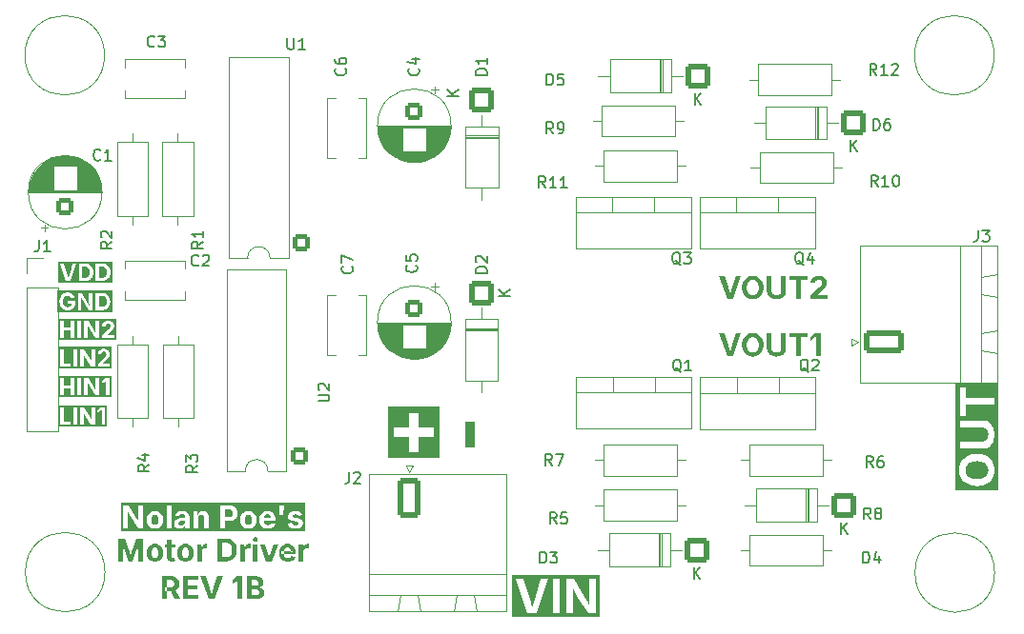
<source format=gbr>
%TF.GenerationSoftware,KiCad,Pcbnew,9.0.4*%
%TF.CreationDate,2025-09-15T17:12:10-07:00*%
%TF.ProjectId,motordriver,6d6f746f-7264-4726-9976-65722e6b6963,rev?*%
%TF.SameCoordinates,Original*%
%TF.FileFunction,Legend,Top*%
%TF.FilePolarity,Positive*%
%FSLAX46Y46*%
G04 Gerber Fmt 4.6, Leading zero omitted, Abs format (unit mm)*
G04 Created by KiCad (PCBNEW 9.0.4) date 2025-09-15 17:12:10*
%MOMM*%
%LPD*%
G01*
G04 APERTURE LIST*
G04 Aperture macros list*
%AMRoundRect*
0 Rectangle with rounded corners*
0 $1 Rounding radius*
0 $2 $3 $4 $5 $6 $7 $8 $9 X,Y pos of 4 corners*
0 Add a 4 corners polygon primitive as box body*
4,1,4,$2,$3,$4,$5,$6,$7,$8,$9,$2,$3,0*
0 Add four circle primitives for the rounded corners*
1,1,$1+$1,$2,$3*
1,1,$1+$1,$4,$5*
1,1,$1+$1,$6,$7*
1,1,$1+$1,$8,$9*
0 Add four rect primitives between the rounded corners*
20,1,$1+$1,$2,$3,$4,$5,0*
20,1,$1+$1,$4,$5,$6,$7,0*
20,1,$1+$1,$6,$7,$8,$9,0*
20,1,$1+$1,$8,$9,$2,$3,0*%
G04 Aperture macros list end*
%ADD10C,0.300000*%
%ADD11C,0.100000*%
%ADD12C,0.150000*%
%ADD13C,0.120000*%
%ADD14C,3.200000*%
%ADD15C,1.600000*%
%ADD16RoundRect,0.250000X-0.550000X0.550000X-0.550000X-0.550000X0.550000X-0.550000X0.550000X0.550000X0*%
%ADD17O,3.600000X2.000000*%
%ADD18RoundRect,0.250000X1.550000X-0.750000X1.550000X0.750000X-1.550000X0.750000X-1.550000X-0.750000X0*%
%ADD19O,2.000000X3.600000*%
%ADD20RoundRect,0.250000X-0.750000X-1.550000X0.750000X-1.550000X0.750000X1.550000X-0.750000X1.550000X0*%
%ADD21RoundRect,0.249999X0.850001X0.850001X-0.850001X0.850001X-0.850001X-0.850001X0.850001X-0.850001X0*%
%ADD22C,2.200000*%
%ADD23RoundRect,0.250000X0.550000X0.550000X-0.550000X0.550000X-0.550000X-0.550000X0.550000X-0.550000X0*%
%ADD24RoundRect,0.250000X0.550000X-0.550000X0.550000X0.550000X-0.550000X0.550000X-0.550000X-0.550000X0*%
%ADD25R,1.905000X2.000000*%
%ADD26O,1.905000X2.000000*%
%ADD27RoundRect,0.249999X-0.850001X0.850001X-0.850001X-0.850001X0.850001X-0.850001X0.850001X0.850001X0*%
%ADD28R,1.700000X1.700000*%
%ADD29C,1.700000*%
G04 APERTURE END LIST*
D10*
G36*
X51469576Y-53973333D02*
G01*
X43666684Y-53973333D01*
X43666684Y-50584338D01*
X44000017Y-50584338D01*
X45070717Y-53640000D01*
X45888625Y-53640000D01*
X47309202Y-53640000D01*
X47935868Y-53640000D01*
X48487430Y-53640000D01*
X49128384Y-53640000D01*
X49128384Y-52235725D01*
X49121057Y-51965898D01*
X49101639Y-51597336D01*
X49087055Y-51355769D01*
X49208984Y-51602465D01*
X49380443Y-51930910D01*
X49559778Y-52237557D01*
X50435755Y-53640000D01*
X51136243Y-53640000D01*
X51136243Y-50584338D01*
X50496205Y-50584338D01*
X50496205Y-52051261D01*
X50503715Y-52350214D01*
X50523499Y-52718960D01*
X50535954Y-52892718D01*
X50455905Y-52698260D01*
X50300750Y-52389232D01*
X50150907Y-52131128D01*
X49186086Y-50584338D01*
X48487430Y-50584338D01*
X48487430Y-53640000D01*
X47935868Y-53640000D01*
X47935868Y-50584338D01*
X47309202Y-50584338D01*
X47309202Y-53640000D01*
X45888625Y-53640000D01*
X46935877Y-50584338D01*
X46244731Y-50584338D01*
X45772487Y-52058405D01*
X45601578Y-52671149D01*
X45483784Y-53141500D01*
X45362342Y-52673531D01*
X45184656Y-52058405D01*
X44695926Y-50584338D01*
X44000017Y-50584338D01*
X43666684Y-50584338D01*
X43666684Y-50251005D01*
X51469576Y-50251005D01*
X51469576Y-53973333D01*
G37*
G36*
X8682780Y-49000000D02*
G01*
X8682780Y-46962892D01*
X9323674Y-46962892D01*
X9653402Y-47898098D01*
X9700785Y-48067480D01*
X9754884Y-48291939D01*
X9806298Y-48525436D01*
X9845865Y-48722784D01*
X9764044Y-48722784D01*
X9803855Y-48528000D01*
X9855024Y-48294748D01*
X9909002Y-48068946D01*
X9956385Y-47898098D01*
X10281472Y-46962892D01*
X10923709Y-46962892D01*
X10923709Y-49000000D01*
X10504832Y-49000000D01*
X10504832Y-48039515D01*
X10507030Y-47873551D01*
X10512282Y-47658618D01*
X10518265Y-47425732D01*
X10521685Y-47205059D01*
X10548796Y-47205059D01*
X10490544Y-47439288D01*
X10426919Y-47673761D01*
X10366224Y-47882222D01*
X10316765Y-48039515D01*
X9979588Y-49000000D01*
X9627756Y-49000000D01*
X9285205Y-48039515D01*
X9236113Y-47883932D01*
X9174930Y-47676936D01*
X9109839Y-47442463D01*
X9047679Y-47205059D01*
X9080408Y-47205059D01*
X9084438Y-47419993D01*
X9090055Y-47652512D01*
X9095307Y-47870010D01*
X9097871Y-48039515D01*
X9097871Y-49000000D01*
X8682780Y-49000000D01*
G37*
G36*
X12117059Y-47464025D02*
G01*
X12248665Y-47497403D01*
X12364131Y-47551151D01*
X12467183Y-47625669D01*
X12552892Y-47717222D01*
X12622540Y-47827634D01*
X12671935Y-47949190D01*
X12702672Y-48086475D01*
X12713398Y-48242358D01*
X12702694Y-48397004D01*
X12671979Y-48533582D01*
X12622540Y-48654884D01*
X12552919Y-48765071D01*
X12467212Y-48856552D01*
X12364131Y-48931123D01*
X12248665Y-48984870D01*
X12117059Y-49018249D01*
X11966015Y-49029919D01*
X11815379Y-49018268D01*
X11683791Y-48984907D01*
X11568021Y-48931123D01*
X11464710Y-48856529D01*
X11378888Y-48765045D01*
X11309246Y-48654884D01*
X11259807Y-48533582D01*
X11229092Y-48397004D01*
X11218388Y-48242358D01*
X11218489Y-48240893D01*
X11636287Y-48240893D01*
X11645888Y-48369962D01*
X11673046Y-48479884D01*
X11720034Y-48575909D01*
X11783077Y-48646336D01*
X11834935Y-48679603D01*
X11895183Y-48700011D01*
X11966015Y-48707152D01*
X12036770Y-48700018D01*
X12097067Y-48679617D01*
X12149075Y-48646336D01*
X12212410Y-48575878D01*
X12259473Y-48479884D01*
X12286630Y-48369962D01*
X12296231Y-48240893D01*
X12286589Y-48110609D01*
X12259473Y-48001046D01*
X12212403Y-47905479D01*
X12149075Y-47835572D01*
X12097093Y-47802503D01*
X12036794Y-47782218D01*
X11966015Y-47775122D01*
X11895159Y-47782226D01*
X11834909Y-47802517D01*
X11783077Y-47835572D01*
X11720019Y-47905392D01*
X11673046Y-48000680D01*
X11645946Y-48110101D01*
X11636287Y-48240893D01*
X11218489Y-48240893D01*
X11229114Y-48086475D01*
X11259850Y-47949190D01*
X11309246Y-47827634D01*
X11378915Y-47717248D01*
X11464740Y-47625692D01*
X11568021Y-47551151D01*
X11683791Y-47497367D01*
X11815379Y-47464006D01*
X11966015Y-47452355D01*
X12117059Y-47464025D01*
G37*
G36*
X13757048Y-47471528D02*
G01*
X13757048Y-47783914D01*
X12850174Y-47783914D01*
X12850174Y-47471528D01*
X13757048Y-47471528D01*
G37*
G36*
X13060589Y-47107850D02*
G01*
X13470673Y-47107850D01*
X13470673Y-48552547D01*
X13479750Y-48619039D01*
X13503157Y-48660258D01*
X13542892Y-48685110D01*
X13609769Y-48694818D01*
X13675837Y-48688956D01*
X13739951Y-48677721D01*
X13798691Y-48985101D01*
X13662770Y-49013433D01*
X13533566Y-49021371D01*
X13417892Y-49013323D01*
X13323102Y-48990977D01*
X13245490Y-48956218D01*
X13182100Y-48909752D01*
X13130578Y-48850254D01*
X13092907Y-48778701D01*
X13069087Y-48692628D01*
X13060589Y-48588695D01*
X13060589Y-47107850D01*
G37*
G36*
X14829132Y-47464025D02*
G01*
X14960738Y-47497403D01*
X15076203Y-47551151D01*
X15179255Y-47625669D01*
X15264965Y-47717222D01*
X15334612Y-47827634D01*
X15384008Y-47949190D01*
X15414744Y-48086475D01*
X15425471Y-48242358D01*
X15414766Y-48397004D01*
X15384051Y-48533582D01*
X15334612Y-48654884D01*
X15264991Y-48765071D01*
X15179285Y-48856552D01*
X15076203Y-48931123D01*
X14960738Y-48984870D01*
X14829132Y-49018249D01*
X14678088Y-49029919D01*
X14527452Y-49018268D01*
X14395863Y-48984907D01*
X14280094Y-48931123D01*
X14176783Y-48856529D01*
X14090961Y-48765045D01*
X14021319Y-48654884D01*
X13971879Y-48533582D01*
X13941165Y-48397004D01*
X13930460Y-48242358D01*
X13930561Y-48240893D01*
X14348360Y-48240893D01*
X14357961Y-48369962D01*
X14385118Y-48479884D01*
X14432106Y-48575909D01*
X14495150Y-48646336D01*
X14547007Y-48679603D01*
X14607255Y-48700011D01*
X14678088Y-48707152D01*
X14748843Y-48700018D01*
X14809140Y-48679617D01*
X14861148Y-48646336D01*
X14924483Y-48575878D01*
X14971545Y-48479884D01*
X14998703Y-48369962D01*
X15008304Y-48240893D01*
X14998662Y-48110609D01*
X14971545Y-48001046D01*
X14924475Y-47905479D01*
X14861148Y-47835572D01*
X14809165Y-47802503D01*
X14748867Y-47782218D01*
X14678088Y-47775122D01*
X14607231Y-47782226D01*
X14546982Y-47802517D01*
X14495150Y-47835572D01*
X14432092Y-47905392D01*
X14385118Y-48000680D01*
X14358018Y-48110101D01*
X14348360Y-48240893D01*
X13930561Y-48240893D01*
X13941187Y-48086475D01*
X13971923Y-47949190D01*
X14021319Y-47827634D01*
X14090987Y-47717248D01*
X14176812Y-47625692D01*
X14280094Y-47551151D01*
X14395863Y-47497367D01*
X14527452Y-47464006D01*
X14678088Y-47452355D01*
X14829132Y-47464025D01*
G37*
G36*
X15709525Y-49000000D02*
G01*
X15709525Y-47471528D01*
X16106908Y-47471528D01*
X16106908Y-47737630D01*
X16123395Y-47737630D01*
X16158884Y-47648333D01*
X16205755Y-47578091D01*
X16263956Y-47523796D01*
X16333055Y-47483552D01*
X16408370Y-47459388D01*
X16491713Y-47451133D01*
X16559979Y-47454675D01*
X16624337Y-47464811D01*
X16624337Y-47831175D01*
X16544836Y-47815910D01*
X16447138Y-47810048D01*
X16357010Y-47820468D01*
X16278611Y-47850715D01*
X16211957Y-47899229D01*
X16161741Y-47963189D01*
X16130495Y-48039441D01*
X16119609Y-48130129D01*
X16119609Y-49000000D01*
X15709525Y-49000000D01*
G37*
G36*
X18236706Y-49000000D02*
G01*
X17709141Y-49000000D01*
X17709141Y-48640352D01*
X18217411Y-48640352D01*
X18346896Y-48631871D01*
X18455586Y-48608110D01*
X18546894Y-48570865D01*
X18627752Y-48516425D01*
X18694190Y-48445224D01*
X18747295Y-48354954D01*
X18782962Y-48255010D01*
X18806252Y-48131689D01*
X18814707Y-47980286D01*
X18806196Y-47829226D01*
X18782774Y-47706461D01*
X18746929Y-47607205D01*
X18693646Y-47517395D01*
X18627354Y-47446466D01*
X18547016Y-47392149D01*
X18456415Y-47354837D01*
X18348501Y-47331035D01*
X18219853Y-47322540D01*
X17699616Y-47322540D01*
X17699616Y-46962892D01*
X18244277Y-46962892D01*
X18398192Y-46971167D01*
X18536091Y-46994958D01*
X18659977Y-47033109D01*
X18771598Y-47085013D01*
X18875610Y-47152739D01*
X18966249Y-47233062D01*
X19044571Y-47326725D01*
X19111095Y-47435013D01*
X19175478Y-47591255D01*
X19215922Y-47771512D01*
X19230164Y-47980286D01*
X19215924Y-48189473D01*
X19175479Y-48370140D01*
X19111095Y-48526779D01*
X19044565Y-48635248D01*
X18965925Y-48729141D01*
X18874614Y-48809736D01*
X18769522Y-48877756D01*
X18656912Y-48929677D01*
X18531798Y-48967871D01*
X18392406Y-48991705D01*
X18236706Y-49000000D01*
G37*
G36*
X17938241Y-46962892D02*
G01*
X17938241Y-49000000D01*
X17520464Y-49000000D01*
X17520464Y-46962892D01*
X17938241Y-46962892D01*
G37*
G36*
X19531437Y-49000000D02*
G01*
X19531437Y-47471528D01*
X19928820Y-47471528D01*
X19928820Y-47737630D01*
X19945307Y-47737630D01*
X19980796Y-47648333D01*
X20027667Y-47578091D01*
X20085868Y-47523796D01*
X20154967Y-47483552D01*
X20230282Y-47459388D01*
X20313625Y-47451133D01*
X20381891Y-47454675D01*
X20446249Y-47464811D01*
X20446249Y-47831175D01*
X20366748Y-47815910D01*
X20269051Y-47810048D01*
X20178922Y-47820468D01*
X20100523Y-47850715D01*
X20033869Y-47899229D01*
X19983653Y-47963189D01*
X19952407Y-48039441D01*
X19941521Y-48130129D01*
X19941521Y-49000000D01*
X19531437Y-49000000D01*
G37*
G36*
X20684263Y-49000000D02*
G01*
X20684263Y-47471528D01*
X21094347Y-47471528D01*
X21094347Y-49000000D01*
X20684263Y-49000000D01*
G37*
G36*
X20889672Y-47272226D02*
G01*
X20830401Y-47265221D01*
X20778100Y-47244749D01*
X20731036Y-47210310D01*
X20693929Y-47165635D01*
X20672291Y-47116674D01*
X20664968Y-47061688D01*
X20672356Y-47005601D01*
X20694053Y-46956350D01*
X20731036Y-46912090D01*
X20778049Y-46878086D01*
X20830353Y-46857840D01*
X20889672Y-46850907D01*
X20949317Y-46857849D01*
X21001820Y-46878106D01*
X21048918Y-46912090D01*
X21085964Y-46956286D01*
X21107702Y-47005533D01*
X21115108Y-47061688D01*
X21107770Y-47116746D01*
X21086091Y-47165746D01*
X21048918Y-47210432D01*
X21001777Y-47244778D01*
X20949277Y-47265223D01*
X20889672Y-47272226D01*
G37*
G36*
X21872993Y-49000000D02*
G01*
X21310624Y-47471528D01*
X21745987Y-47471528D01*
X22002808Y-48264951D01*
X22084996Y-48565125D01*
X22156437Y-48879344D01*
X22068510Y-48879344D01*
X22138730Y-48565491D01*
X22219330Y-48264951D01*
X22473098Y-47471528D01*
X22904187Y-47471528D01*
X22340352Y-49000000D01*
X21872993Y-49000000D01*
G37*
G36*
X23761357Y-49029919D02*
G01*
X23607831Y-49018548D01*
X23474442Y-48986100D01*
X23357868Y-48934054D01*
X23253595Y-48861206D01*
X23167242Y-48771079D01*
X23097383Y-48661845D01*
X23048166Y-48541029D01*
X23017344Y-48402684D01*
X23006524Y-48243579D01*
X23017161Y-48088489D01*
X23047675Y-47951499D01*
X23096772Y-47829832D01*
X23165981Y-47718976D01*
X23250754Y-47627029D01*
X23352250Y-47552128D01*
X23466208Y-47497661D01*
X23594718Y-47464049D01*
X23740840Y-47452355D01*
X23886967Y-47464519D01*
X24020621Y-47500104D01*
X24142815Y-47559948D01*
X24248866Y-47643963D01*
X24308570Y-47712202D01*
X24359756Y-47792300D01*
X24402372Y-47885764D01*
X24432084Y-47984236D01*
X24450923Y-48097468D01*
X24457571Y-48227704D01*
X24457571Y-48342742D01*
X23174808Y-48342742D01*
X23174808Y-48084699D01*
X24257780Y-48084699D01*
X24066172Y-48153942D01*
X24056512Y-48039382D01*
X24029658Y-47946458D01*
X23983712Y-47867365D01*
X23921580Y-47809804D01*
X23843662Y-47773994D01*
X23743771Y-47761200D01*
X23643432Y-47774065D01*
X23563276Y-47810415D01*
X23498399Y-47868062D01*
X23450558Y-47944016D01*
X23421971Y-48032303D01*
X23411968Y-48135624D01*
X23411968Y-48317341D01*
X23423853Y-48443323D01*
X23456298Y-48540212D01*
X23510411Y-48619872D01*
X23581228Y-48675767D01*
X23666519Y-48709348D01*
X23767951Y-48721074D01*
X23837553Y-48715794D01*
X23898377Y-48700680D01*
X23953405Y-48675033D01*
X23999372Y-48640108D01*
X24036270Y-48595731D01*
X24063607Y-48541189D01*
X24434368Y-48609822D01*
X24403552Y-48690881D01*
X24360903Y-48764287D01*
X24305896Y-48830983D01*
X24204577Y-48913914D01*
X24076919Y-48977773D01*
X23932985Y-49016251D01*
X23761357Y-49029919D01*
G37*
G36*
X24736741Y-49000000D02*
G01*
X24736741Y-47471528D01*
X25134124Y-47471528D01*
X25134124Y-47737630D01*
X25150610Y-47737630D01*
X25186100Y-47648333D01*
X25232971Y-47578091D01*
X25291172Y-47523796D01*
X25360271Y-47483552D01*
X25435586Y-47459388D01*
X25518928Y-47451133D01*
X25587194Y-47454675D01*
X25651552Y-47464811D01*
X25651552Y-47831175D01*
X25572051Y-47815910D01*
X25474354Y-47810048D01*
X25384226Y-47820468D01*
X25305827Y-47850715D01*
X25239173Y-47899229D01*
X25188956Y-47963189D01*
X25157711Y-48039441D01*
X25146824Y-48130129D01*
X25146824Y-49000000D01*
X24736741Y-49000000D01*
G37*
G36*
X12610205Y-52360000D02*
G01*
X12610205Y-50322892D01*
X13404972Y-50322892D01*
X13557945Y-50332814D01*
X13688324Y-50360798D01*
X13799668Y-50404958D01*
X13900690Y-50468013D01*
X13982732Y-50544777D01*
X14047819Y-50636256D01*
X14094507Y-50738894D01*
X14123378Y-50854526D01*
X14133426Y-50985767D01*
X14123165Y-51117908D01*
X14093857Y-51232648D01*
X14046720Y-51332958D01*
X13980905Y-51421561D01*
X13897761Y-51495559D01*
X13795028Y-51555830D01*
X13682524Y-51597401D01*
X13550426Y-51623855D01*
X13395202Y-51633255D01*
X12857013Y-51633255D01*
X12857013Y-51295101D01*
X13329012Y-51295101D01*
X13449993Y-51285546D01*
X13538939Y-51260174D01*
X13612031Y-51215954D01*
X13662282Y-51156493D01*
X13692230Y-51082075D01*
X13703070Y-50985767D01*
X13692256Y-50888110D01*
X13662282Y-50811866D01*
X13611869Y-50750239D01*
X13538695Y-50704155D01*
X13449218Y-50677252D01*
X13327791Y-50667152D01*
X13027983Y-50667152D01*
X13027983Y-52360000D01*
X12610205Y-52360000D01*
G37*
G36*
X13743614Y-52360000D02*
G01*
X13248534Y-51432976D01*
X13700506Y-51432976D01*
X14206821Y-52360000D01*
X13743614Y-52360000D01*
G37*
G36*
X14448866Y-52360000D02*
G01*
X14448866Y-50322892D01*
X15812840Y-50322892D01*
X15812840Y-50669228D01*
X14866643Y-50669228D01*
X14866643Y-51160889D01*
X15740666Y-51160889D01*
X15740666Y-51501364D01*
X14866643Y-51501364D01*
X14866643Y-52013663D01*
X15815526Y-52013663D01*
X15815526Y-52360000D01*
X14448866Y-52360000D01*
G37*
G36*
X16745237Y-52360000D02*
G01*
X16031437Y-50322892D01*
X16495376Y-50322892D01*
X16821196Y-51305603D01*
X16939654Y-51715687D01*
X17066294Y-52203684D01*
X16976535Y-52203684D01*
X17099145Y-51714099D01*
X17213084Y-51305603D01*
X17527913Y-50322892D01*
X17988677Y-50322892D01*
X17290509Y-52360000D01*
X16745237Y-52360000D01*
G37*
G36*
X19739410Y-50322892D02*
G01*
X19739410Y-52360000D01*
X19323464Y-52360000D01*
X19323464Y-50690478D01*
X19309787Y-50690478D01*
X18842794Y-51020816D01*
X18842794Y-50638576D01*
X19293056Y-50322892D01*
X19739410Y-50322892D01*
G37*
G36*
X21062729Y-50331264D02*
G01*
X21185759Y-50354536D01*
X21287665Y-50390547D01*
X21381499Y-50442877D01*
X21455277Y-50504622D01*
X21511758Y-50576050D01*
X21552912Y-50657518D01*
X21577910Y-50746852D01*
X21586496Y-50845938D01*
X21573968Y-50961286D01*
X21538503Y-51056353D01*
X21481862Y-51137827D01*
X21408077Y-51202777D01*
X21320715Y-51250989D01*
X21220376Y-51283499D01*
X21220376Y-51304138D01*
X21331591Y-51322649D01*
X21436898Y-51369351D01*
X21528427Y-51441356D01*
X21602128Y-51538855D01*
X21636687Y-51613824D01*
X21658210Y-51699711D01*
X21665753Y-51798729D01*
X21656732Y-51903515D01*
X21630379Y-51998796D01*
X21586863Y-52086448D01*
X21527159Y-52163668D01*
X21449875Y-52230297D01*
X21352390Y-52286727D01*
X21246237Y-52325838D01*
X21118974Y-52350984D01*
X20966608Y-52360000D01*
X20105530Y-52360000D01*
X20105530Y-52016594D01*
X20523307Y-52016594D01*
X20883688Y-52016594D01*
X21004865Y-52007136D01*
X21091423Y-51982331D01*
X21151988Y-51945764D01*
X21198752Y-51893572D01*
X21226594Y-51832346D01*
X21236252Y-51759162D01*
X21225594Y-51676864D01*
X21194609Y-51606266D01*
X21144852Y-51547432D01*
X21076395Y-51501852D01*
X20995023Y-51473877D01*
X20894434Y-51463872D01*
X20523307Y-51463872D01*
X20523307Y-52016594D01*
X20105530Y-52016594D01*
X20105530Y-51178597D01*
X20523307Y-51178597D01*
X20852180Y-51178597D01*
X20938305Y-51170315D01*
X21012282Y-51146601D01*
X21076153Y-51107340D01*
X21124023Y-51055254D01*
X21154365Y-50991240D01*
X21164933Y-50913471D01*
X21155860Y-50842879D01*
X21129710Y-50783583D01*
X21085921Y-50732854D01*
X21029290Y-50695900D01*
X20955721Y-50672088D01*
X20860362Y-50663367D01*
X20523307Y-50663367D01*
X20523307Y-51178597D01*
X20105530Y-51178597D01*
X20105530Y-50322892D01*
X20914584Y-50322892D01*
X21062729Y-50331264D01*
G37*
G36*
X62780478Y-25660000D02*
G01*
X62066678Y-23622892D01*
X62530617Y-23622892D01*
X62856437Y-24605603D01*
X62974895Y-25015687D01*
X63101535Y-25503684D01*
X63011775Y-25503684D01*
X63134385Y-25014099D01*
X63248325Y-24605603D01*
X63563154Y-23622892D01*
X64023918Y-23622892D01*
X63325750Y-25660000D01*
X62780478Y-25660000D01*
G37*
G36*
X65233299Y-23609674D02*
G01*
X65393896Y-23650892D01*
X65541399Y-23718635D01*
X65642412Y-23786515D01*
X65732276Y-23867951D01*
X65811753Y-23963903D01*
X65881140Y-24075840D01*
X65934005Y-24194017D01*
X65973106Y-24326516D01*
X65997627Y-24475361D01*
X66006193Y-24642850D01*
X65997637Y-24809551D01*
X65973134Y-24957848D01*
X65934035Y-25090009D01*
X65881140Y-25208028D01*
X65811763Y-25319773D01*
X65732292Y-25415563D01*
X65642425Y-25496861D01*
X65541399Y-25564623D01*
X65393917Y-25632157D01*
X65233318Y-25673256D01*
X65056699Y-25687355D01*
X64880007Y-25673227D01*
X64719115Y-25632018D01*
X64571144Y-25564256D01*
X64469798Y-25496298D01*
X64379709Y-25414865D01*
X64300103Y-25319012D01*
X64230669Y-25207295D01*
X64177808Y-25089268D01*
X64138749Y-24957213D01*
X64114280Y-24809156D01*
X64105739Y-24642850D01*
X64529256Y-24642850D01*
X64537351Y-24786957D01*
X64560007Y-24908467D01*
X64595324Y-25010802D01*
X64646809Y-25105290D01*
X64708266Y-25180469D01*
X64779972Y-25238925D01*
X64862101Y-25281620D01*
X64953614Y-25307702D01*
X65056699Y-25316716D01*
X65159798Y-25307734D01*
X65251184Y-25281765D01*
X65333060Y-25239291D01*
X65404553Y-25180970D01*
X65465768Y-25105807D01*
X65516974Y-25011168D01*
X65552168Y-24908610D01*
X65574737Y-24786966D01*
X65582798Y-24642850D01*
X65574714Y-24497310D01*
X65552123Y-24374938D01*
X65516974Y-24272212D01*
X65465736Y-24177261D01*
X65404517Y-24101993D01*
X65333060Y-24043722D01*
X65251177Y-24001179D01*
X65159792Y-23975171D01*
X65056699Y-23966175D01*
X64953614Y-23975190D01*
X64862101Y-24001271D01*
X64779972Y-24043967D01*
X64708312Y-24102454D01*
X64646849Y-24177858D01*
X64595324Y-24272822D01*
X64560026Y-24375560D01*
X64537361Y-24497743D01*
X64529256Y-24642850D01*
X64105739Y-24642850D01*
X64114297Y-24475355D01*
X64138795Y-24326508D01*
X64177859Y-24194010D01*
X64230669Y-24075840D01*
X64300125Y-23963939D01*
X64379740Y-23867993D01*
X64469822Y-23786543D01*
X64571144Y-23718635D01*
X64719115Y-23650873D01*
X64880007Y-23609664D01*
X65056699Y-23595537D01*
X65233299Y-23609674D01*
G37*
G36*
X67159263Y-25688332D02*
G01*
X66993078Y-25677309D01*
X66846796Y-25645756D01*
X66717428Y-25595153D01*
X66599080Y-25523700D01*
X66501769Y-25437136D01*
X66423237Y-25334546D01*
X66365857Y-25218921D01*
X66330727Y-25090202D01*
X66318579Y-24945467D01*
X66318579Y-23622892D01*
X66736357Y-23622892D01*
X66736357Y-24910907D01*
X66749922Y-25024630D01*
X66789113Y-25121933D01*
X66852186Y-25203877D01*
X66936758Y-25266646D01*
X67037574Y-25305583D01*
X67159263Y-25319281D01*
X67281592Y-25305563D01*
X67382501Y-25266646D01*
X67466997Y-25203862D01*
X67529780Y-25121933D01*
X67568785Y-25024645D01*
X67582292Y-24910907D01*
X67582292Y-23622892D01*
X68000069Y-23622892D01*
X68000069Y-24945467D01*
X67987870Y-25090175D01*
X67952582Y-25218892D01*
X67894923Y-25334546D01*
X67816259Y-25437161D01*
X67718939Y-25523723D01*
X67600732Y-25595153D01*
X67471600Y-25645745D01*
X67325449Y-25677303D01*
X67159263Y-25688332D01*
G37*
G36*
X68285223Y-23969228D02*
G01*
X68285223Y-23622892D01*
X69948761Y-23622892D01*
X69948761Y-23969228D01*
X69326552Y-23969228D01*
X69326552Y-25660000D01*
X68908775Y-25660000D01*
X68908775Y-23969228D01*
X68285223Y-23969228D01*
G37*
G36*
X70219504Y-25660000D02*
G01*
X70219504Y-25359703D01*
X70941242Y-24682418D01*
X71098168Y-24519141D01*
X71155988Y-24445043D01*
X71195743Y-24376137D01*
X71220722Y-24303180D01*
X71229204Y-24223119D01*
X71218435Y-24136796D01*
X71187805Y-24066315D01*
X71139230Y-24008230D01*
X71075453Y-23965076D01*
X71000795Y-23938835D01*
X70912909Y-23929661D01*
X70822463Y-23939645D01*
X70747435Y-23968007D01*
X70684772Y-24014397D01*
X70638014Y-24077306D01*
X70609486Y-24153240D01*
X70599302Y-24247665D01*
X70201308Y-24247665D01*
X70211901Y-24117613D01*
X70242339Y-24003469D01*
X70291678Y-23902428D01*
X70359436Y-23812640D01*
X70442743Y-23737439D01*
X70543370Y-23675893D01*
X70653576Y-23632131D01*
X70777025Y-23604981D01*
X70916085Y-23595537D01*
X71058282Y-23604684D01*
X71183046Y-23630814D01*
X71292951Y-23672595D01*
X71394132Y-23731584D01*
X71477007Y-23802238D01*
X71543667Y-23885087D01*
X71593049Y-23978872D01*
X71623009Y-24081986D01*
X71633304Y-24196741D01*
X71622299Y-24309643D01*
X71588852Y-24421688D01*
X71531230Y-24532249D01*
X71430582Y-24669228D01*
X71302314Y-24810438D01*
X71107571Y-24998468D01*
X70799092Y-25302306D01*
X70799092Y-25317205D01*
X71660903Y-25317205D01*
X71660903Y-25660000D01*
X70219504Y-25660000D01*
G37*
G36*
X62780478Y-30760000D02*
G01*
X62066678Y-28722892D01*
X62530617Y-28722892D01*
X62856437Y-29705603D01*
X62974895Y-30115687D01*
X63101535Y-30603684D01*
X63011775Y-30603684D01*
X63134385Y-30114099D01*
X63248325Y-29705603D01*
X63563154Y-28722892D01*
X64023918Y-28722892D01*
X63325750Y-30760000D01*
X62780478Y-30760000D01*
G37*
G36*
X65233299Y-28709674D02*
G01*
X65393896Y-28750892D01*
X65541399Y-28818635D01*
X65642412Y-28886515D01*
X65732276Y-28967951D01*
X65811753Y-29063903D01*
X65881140Y-29175840D01*
X65934005Y-29294017D01*
X65973106Y-29426516D01*
X65997627Y-29575361D01*
X66006193Y-29742850D01*
X65997637Y-29909551D01*
X65973134Y-30057848D01*
X65934035Y-30190009D01*
X65881140Y-30308028D01*
X65811763Y-30419773D01*
X65732292Y-30515563D01*
X65642425Y-30596861D01*
X65541399Y-30664623D01*
X65393917Y-30732157D01*
X65233318Y-30773256D01*
X65056699Y-30787355D01*
X64880007Y-30773227D01*
X64719115Y-30732018D01*
X64571144Y-30664256D01*
X64469798Y-30596298D01*
X64379709Y-30514865D01*
X64300103Y-30419012D01*
X64230669Y-30307295D01*
X64177808Y-30189268D01*
X64138749Y-30057213D01*
X64114280Y-29909156D01*
X64105739Y-29742850D01*
X64529256Y-29742850D01*
X64537351Y-29886957D01*
X64560007Y-30008467D01*
X64595324Y-30110802D01*
X64646809Y-30205290D01*
X64708266Y-30280469D01*
X64779972Y-30338925D01*
X64862101Y-30381620D01*
X64953614Y-30407702D01*
X65056699Y-30416716D01*
X65159798Y-30407734D01*
X65251184Y-30381765D01*
X65333060Y-30339291D01*
X65404553Y-30280970D01*
X65465768Y-30205807D01*
X65516974Y-30111168D01*
X65552168Y-30008610D01*
X65574737Y-29886966D01*
X65582798Y-29742850D01*
X65574714Y-29597310D01*
X65552123Y-29474938D01*
X65516974Y-29372212D01*
X65465736Y-29277261D01*
X65404517Y-29201993D01*
X65333060Y-29143722D01*
X65251177Y-29101179D01*
X65159792Y-29075171D01*
X65056699Y-29066175D01*
X64953614Y-29075190D01*
X64862101Y-29101271D01*
X64779972Y-29143967D01*
X64708312Y-29202454D01*
X64646849Y-29277858D01*
X64595324Y-29372822D01*
X64560026Y-29475560D01*
X64537361Y-29597743D01*
X64529256Y-29742850D01*
X64105739Y-29742850D01*
X64114297Y-29575355D01*
X64138795Y-29426508D01*
X64177859Y-29294010D01*
X64230669Y-29175840D01*
X64300125Y-29063939D01*
X64379740Y-28967993D01*
X64469822Y-28886543D01*
X64571144Y-28818635D01*
X64719115Y-28750873D01*
X64880007Y-28709664D01*
X65056699Y-28695537D01*
X65233299Y-28709674D01*
G37*
G36*
X67159263Y-30788332D02*
G01*
X66993078Y-30777309D01*
X66846796Y-30745756D01*
X66717428Y-30695153D01*
X66599080Y-30623700D01*
X66501769Y-30537136D01*
X66423237Y-30434546D01*
X66365857Y-30318921D01*
X66330727Y-30190202D01*
X66318579Y-30045467D01*
X66318579Y-28722892D01*
X66736357Y-28722892D01*
X66736357Y-30010907D01*
X66749922Y-30124630D01*
X66789113Y-30221933D01*
X66852186Y-30303877D01*
X66936758Y-30366646D01*
X67037574Y-30405583D01*
X67159263Y-30419281D01*
X67281592Y-30405563D01*
X67382501Y-30366646D01*
X67466997Y-30303862D01*
X67529780Y-30221933D01*
X67568785Y-30124645D01*
X67582292Y-30010907D01*
X67582292Y-28722892D01*
X68000069Y-28722892D01*
X68000069Y-30045467D01*
X67987870Y-30190175D01*
X67952582Y-30318892D01*
X67894923Y-30434546D01*
X67816259Y-30537161D01*
X67718939Y-30623723D01*
X67600732Y-30695153D01*
X67471600Y-30745745D01*
X67325449Y-30777303D01*
X67159263Y-30788332D01*
G37*
G36*
X68285223Y-29069228D02*
G01*
X68285223Y-28722892D01*
X69948761Y-28722892D01*
X69948761Y-29069228D01*
X69326552Y-29069228D01*
X69326552Y-30760000D01*
X68908775Y-30760000D01*
X68908775Y-29069228D01*
X68285223Y-29069228D01*
G37*
G36*
X71073743Y-28722892D02*
G01*
X71073743Y-30760000D01*
X70657798Y-30760000D01*
X70657798Y-29090478D01*
X70644120Y-29090478D01*
X70177128Y-29420816D01*
X70177128Y-29038576D01*
X70627390Y-28722892D01*
X71073743Y-28722892D01*
G37*
D11*
X7500000Y-4000000D02*
G75*
G02*
X428932Y-4000000I-3535534J0D01*
G01*
X428932Y-4000000D02*
G75*
G02*
X7500000Y-4000000I3535534J0D01*
G01*
X86500000Y-4000000D02*
G75*
G02*
X79428932Y-4000000I-3535534J0D01*
G01*
X79428932Y-4000000D02*
G75*
G02*
X86500000Y-4000000I3535534J0D01*
G01*
X7535534Y-49964466D02*
G75*
G02*
X464466Y-49964466I-3535534J0D01*
G01*
X464466Y-49964466D02*
G75*
G02*
X7535534Y-49964466I3535534J0D01*
G01*
X86535534Y-50000000D02*
G75*
G02*
X79464466Y-50000000I-3535534J0D01*
G01*
X79464466Y-50000000D02*
G75*
G02*
X86535534Y-50000000I3535534J0D01*
G01*
D10*
G36*
X12039725Y-44842218D02*
G01*
X12100024Y-44862503D01*
X12152006Y-44895572D01*
X12215334Y-44965479D01*
X12262404Y-45061046D01*
X12289520Y-45170609D01*
X12299162Y-45300893D01*
X12289561Y-45429962D01*
X12262404Y-45539884D01*
X12215341Y-45635878D01*
X12152006Y-45706336D01*
X12099998Y-45739617D01*
X12039701Y-45760018D01*
X11968946Y-45767152D01*
X11898114Y-45760011D01*
X11837866Y-45739603D01*
X11786008Y-45706336D01*
X11722965Y-45635909D01*
X11675977Y-45539884D01*
X11648819Y-45429962D01*
X11639218Y-45300893D01*
X11648877Y-45170101D01*
X11675977Y-45060680D01*
X11722950Y-44965392D01*
X11786008Y-44895572D01*
X11837840Y-44862517D01*
X11898090Y-44842226D01*
X11968946Y-44835122D01*
X12039725Y-44842218D01*
G37*
G36*
X20332258Y-44842218D02*
G01*
X20392557Y-44862503D01*
X20444539Y-44895572D01*
X20507867Y-44965479D01*
X20554937Y-45061046D01*
X20582053Y-45170609D01*
X20591695Y-45300893D01*
X20582094Y-45429962D01*
X20554937Y-45539884D01*
X20507874Y-45635878D01*
X20444539Y-45706336D01*
X20392531Y-45739617D01*
X20332234Y-45760018D01*
X20261479Y-45767152D01*
X20190647Y-45760011D01*
X20130399Y-45739603D01*
X20078541Y-45706336D01*
X20015498Y-45635909D01*
X19968510Y-45539884D01*
X19941352Y-45429962D01*
X19931751Y-45300893D01*
X19941410Y-45170101D01*
X19968510Y-45060680D01*
X20015483Y-44965392D01*
X20078541Y-44895572D01*
X20130374Y-44862517D01*
X20190623Y-44842226D01*
X20261479Y-44835122D01*
X20332258Y-44842218D01*
G37*
G36*
X22066551Y-44833994D02*
G01*
X22144469Y-44869804D01*
X22206601Y-44927365D01*
X22252547Y-45006458D01*
X22279401Y-45099382D01*
X22283222Y-45144699D01*
X21639787Y-45144699D01*
X21644860Y-45092303D01*
X21673447Y-45004016D01*
X21721288Y-44928062D01*
X21786165Y-44870415D01*
X21866321Y-44834065D01*
X21966660Y-44821200D01*
X22066551Y-44833994D01*
G37*
G36*
X14627651Y-45513506D02*
G01*
X14617178Y-45590587D01*
X14586130Y-45659563D01*
X14537139Y-45717879D01*
X14471336Y-45763611D01*
X14393837Y-45792081D01*
X14301221Y-45802079D01*
X14236384Y-45796675D01*
X14182030Y-45781441D01*
X14135076Y-45755385D01*
X14100209Y-45720380D01*
X14078087Y-45676272D01*
X14070289Y-45620607D01*
X14078584Y-45562986D01*
X14102041Y-45518025D01*
X14139156Y-45481897D01*
X14191067Y-45452568D01*
X14251188Y-45432141D01*
X14323935Y-45417885D01*
X14401849Y-45406772D01*
X14490631Y-45391629D01*
X14572208Y-45371845D01*
X14627651Y-45348154D01*
X14627651Y-45513506D01*
G37*
G36*
X18635592Y-44378752D02*
G01*
X18725802Y-44410017D01*
X18798897Y-44462032D01*
X18849389Y-44530184D01*
X18879273Y-44612081D01*
X18889811Y-44710802D01*
X18879338Y-44808383D01*
X18849389Y-44890931D01*
X18798918Y-44960211D01*
X18726046Y-45013541D01*
X18636118Y-45045903D01*
X18515753Y-45057871D01*
X18214724Y-45057871D01*
X18214724Y-44367152D01*
X18514532Y-44367152D01*
X18635592Y-44378752D01*
G37*
G36*
X25344866Y-46312141D02*
G01*
X8938297Y-46312141D01*
X8938297Y-46060000D01*
X9160519Y-46060000D01*
X9587822Y-46060000D01*
X9587822Y-45123817D01*
X9582937Y-44943932D01*
X9569993Y-44698224D01*
X9560270Y-44537180D01*
X9641556Y-44701643D01*
X9755861Y-44920607D01*
X9875418Y-45125038D01*
X10459403Y-46060000D01*
X10926395Y-46060000D01*
X10926395Y-45302358D01*
X11221319Y-45302358D01*
X11232023Y-45457004D01*
X11262738Y-45593582D01*
X11312177Y-45714884D01*
X11381819Y-45825045D01*
X11467641Y-45916529D01*
X11570952Y-45991123D01*
X11686722Y-46044907D01*
X11818310Y-46078268D01*
X11968946Y-46089919D01*
X12119990Y-46078249D01*
X12191942Y-46060000D01*
X13000383Y-46060000D01*
X13410467Y-46060000D01*
X13410467Y-45632575D01*
X13677425Y-45632575D01*
X13685360Y-45731499D01*
X13707750Y-45814822D01*
X13743370Y-45885366D01*
X13792679Y-45947315D01*
X13852693Y-45998090D01*
X13924720Y-46038384D01*
X14045368Y-46076396D01*
X14185694Y-46089675D01*
X14295303Y-46081524D01*
X14385851Y-46058778D01*
X14467071Y-46021401D01*
X14533740Y-45973415D01*
X14589238Y-45914519D01*
X14632292Y-45847752D01*
X14645725Y-45847752D01*
X14645725Y-46060000D01*
X15034682Y-46060000D01*
X15034682Y-45031004D01*
X15028171Y-44939513D01*
X15009711Y-44861005D01*
X14980338Y-44793356D01*
X14916372Y-44703827D01*
X14833548Y-44632766D01*
X14736178Y-44579291D01*
X14624965Y-44541542D01*
X14571102Y-44531528D01*
X15382240Y-44531528D01*
X15382240Y-46060000D01*
X15792323Y-46060000D01*
X15792323Y-45174986D01*
X15802382Y-45078336D01*
X15830303Y-45001939D01*
X15875886Y-44938669D01*
X15935450Y-44892763D01*
X16006453Y-44864637D01*
X16089201Y-44854905D01*
X16172096Y-44864570D01*
X16238529Y-44891732D01*
X16292289Y-44935872D01*
X16331794Y-44993946D01*
X16356784Y-45067008D01*
X16365806Y-45159232D01*
X16365806Y-46060000D01*
X16775889Y-46060000D01*
X16775889Y-45087791D01*
X16773906Y-45057871D01*
X17796947Y-45057871D01*
X17796947Y-46060000D01*
X18214724Y-46060000D01*
X18214724Y-45394682D01*
X18581943Y-45394682D01*
X18736622Y-45384190D01*
X18868685Y-45354544D01*
X18981769Y-45307609D01*
X18989865Y-45302358D01*
X19513852Y-45302358D01*
X19524556Y-45457004D01*
X19555271Y-45593582D01*
X19604710Y-45714884D01*
X19674352Y-45825045D01*
X19760174Y-45916529D01*
X19863485Y-45991123D01*
X19979255Y-46044907D01*
X20110843Y-46078268D01*
X20261479Y-46089919D01*
X20412523Y-46078249D01*
X20544129Y-46044870D01*
X20659595Y-45991123D01*
X20762676Y-45916552D01*
X20848383Y-45825071D01*
X20918004Y-45714884D01*
X20967443Y-45593582D01*
X20998158Y-45457004D01*
X21008777Y-45303579D01*
X21229413Y-45303579D01*
X21240233Y-45462684D01*
X21271056Y-45601029D01*
X21320272Y-45721845D01*
X21390131Y-45831079D01*
X21476484Y-45921206D01*
X21580757Y-45994054D01*
X21697331Y-46046100D01*
X21830720Y-46078548D01*
X21984246Y-46089919D01*
X22155874Y-46076251D01*
X22299808Y-46037773D01*
X22427466Y-45973914D01*
X22528785Y-45890983D01*
X22583792Y-45824287D01*
X22626441Y-45750881D01*
X22657257Y-45669822D01*
X22508160Y-45642222D01*
X23762822Y-45642222D01*
X23787986Y-45733240D01*
X23826765Y-45813342D01*
X23879326Y-45884145D01*
X23943875Y-45944660D01*
X24020740Y-45995654D01*
X24111601Y-46037163D01*
X24260504Y-46076072D01*
X24438520Y-46089919D01*
X24571074Y-46082481D01*
X24688627Y-46061183D01*
X24793161Y-46027149D01*
X24890983Y-45978265D01*
X24970800Y-45919784D01*
X25034961Y-45851660D01*
X25083500Y-45772722D01*
X25112657Y-45685852D01*
X25122644Y-45588733D01*
X25110052Y-45484159D01*
X25073999Y-45396831D01*
X25014323Y-45322752D01*
X24936359Y-45264986D01*
X24828860Y-45215389D01*
X24684228Y-45175840D01*
X24409577Y-45121130D01*
X24311290Y-45091627D01*
X24257292Y-45058726D01*
X24224033Y-45014291D01*
X24213084Y-44961517D01*
X24220443Y-44918620D01*
X24242398Y-44881723D01*
X24281472Y-44849043D01*
X24355632Y-44817709D01*
X24451221Y-44806423D01*
X24554785Y-44819831D01*
X24628785Y-44856127D01*
X24684498Y-44912961D01*
X24719033Y-44983988D01*
X25082833Y-44919996D01*
X25057787Y-44839637D01*
X25021271Y-44767980D01*
X24973046Y-44703841D01*
X24914448Y-44648749D01*
X24843629Y-44601630D01*
X24758845Y-44562547D01*
X24618961Y-44525713D01*
X24444626Y-44512355D01*
X24316912Y-44519245D01*
X24205277Y-44538835D01*
X24107571Y-44569874D01*
X24016368Y-44614948D01*
X23942443Y-44669430D01*
X23883478Y-44733394D01*
X23839426Y-44807567D01*
X23812635Y-44890992D01*
X23803367Y-44986064D01*
X23816116Y-45095969D01*
X23852574Y-45188001D01*
X23912665Y-45266210D01*
X23991798Y-45327725D01*
X24099534Y-45379601D01*
X24243004Y-45420083D01*
X24506175Y-45474305D01*
X24599041Y-45501573D01*
X24655408Y-45533412D01*
X24691760Y-45577268D01*
X24703768Y-45631720D01*
X24696533Y-45673874D01*
X24674750Y-45711055D01*
X24635746Y-45744926D01*
X24559823Y-45777361D01*
X24450610Y-45789623D01*
X24368311Y-45783008D01*
X24302481Y-45764761D01*
X24249843Y-45736378D01*
X24205948Y-45696243D01*
X24170971Y-45643828D01*
X24144940Y-45576643D01*
X23762822Y-45642222D01*
X22508160Y-45642222D01*
X22286496Y-45601189D01*
X22259159Y-45655731D01*
X22222261Y-45700108D01*
X22176294Y-45735033D01*
X22121266Y-45760680D01*
X22060442Y-45775794D01*
X21990840Y-45781074D01*
X21889408Y-45769348D01*
X21804117Y-45735767D01*
X21733300Y-45679872D01*
X21679187Y-45600212D01*
X21646742Y-45503323D01*
X21637253Y-45402742D01*
X22680460Y-45402742D01*
X22680460Y-45287704D01*
X22673812Y-45157468D01*
X22654973Y-45044236D01*
X22625261Y-44945764D01*
X22582645Y-44852300D01*
X22531459Y-44772202D01*
X22471755Y-44703963D01*
X22365704Y-44619948D01*
X22243510Y-44560104D01*
X22109856Y-44524519D01*
X21963730Y-44512355D01*
X21817607Y-44524049D01*
X21689097Y-44557661D01*
X21575139Y-44612128D01*
X21473644Y-44687029D01*
X21388870Y-44778976D01*
X21319661Y-44889832D01*
X21270564Y-45011499D01*
X21240894Y-45144699D01*
X21240050Y-45148489D01*
X21229413Y-45303579D01*
X21008777Y-45303579D01*
X21008862Y-45302358D01*
X20998136Y-45146475D01*
X20967400Y-45009190D01*
X20918004Y-44887634D01*
X20848356Y-44777222D01*
X20762647Y-44685669D01*
X20659595Y-44611151D01*
X20544129Y-44557403D01*
X20412523Y-44524025D01*
X20261479Y-44512355D01*
X20110843Y-44524006D01*
X19979255Y-44557367D01*
X19863485Y-44611151D01*
X19760204Y-44685692D01*
X19674379Y-44777248D01*
X19604710Y-44887634D01*
X19555314Y-45009190D01*
X19524578Y-45146475D01*
X19513953Y-45300893D01*
X19513852Y-45302358D01*
X18989865Y-45302358D01*
X19084177Y-45241190D01*
X19167420Y-45161177D01*
X19233461Y-45066542D01*
X19280875Y-44960782D01*
X19310058Y-44843009D01*
X19320167Y-44710802D01*
X19310208Y-44579020D01*
X19281410Y-44461086D01*
X19234560Y-44354696D01*
X19169309Y-44259030D01*
X19087202Y-44178233D01*
X18986409Y-44111186D01*
X18874686Y-44063552D01*
X18744329Y-44033514D01*
X18591713Y-44022892D01*
X23007013Y-44022892D01*
X23048168Y-44871147D01*
X23361043Y-44871147D01*
X23402198Y-44022892D01*
X23007013Y-44022892D01*
X18591713Y-44022892D01*
X17796947Y-44022892D01*
X17796947Y-45057871D01*
X16773906Y-45057871D01*
X16768058Y-44969634D01*
X16745844Y-44867731D01*
X16710554Y-44779556D01*
X16660468Y-44699356D01*
X16599584Y-44633842D01*
X16527128Y-44581475D01*
X16445822Y-44543763D01*
X16354202Y-44520463D01*
X16250157Y-44512355D01*
X16124947Y-44524847D01*
X16021033Y-44560164D01*
X15933984Y-44617135D01*
X15861571Y-44693514D01*
X15800565Y-44790856D01*
X15774947Y-44854533D01*
X15769365Y-44531528D01*
X15382240Y-44531528D01*
X14571102Y-44531528D01*
X14507483Y-44519700D01*
X14385729Y-44512355D01*
X14221117Y-44525127D01*
X14079570Y-44561448D01*
X13953087Y-44622334D01*
X13851692Y-44703475D01*
X13796818Y-44769440D01*
X13753376Y-44844526D01*
X13721144Y-44930010D01*
X14097156Y-44992414D01*
X14118744Y-44945524D01*
X14151134Y-44903021D01*
X14193056Y-44867794D01*
X14247365Y-44839396D01*
X14309182Y-44821770D01*
X14384508Y-44815460D01*
X14458583Y-44821955D01*
X14515666Y-44839640D01*
X14563114Y-44869433D01*
X14596755Y-44909005D01*
X14617263Y-44957792D01*
X14624598Y-45019647D01*
X14624598Y-45026364D01*
X14614887Y-45070138D01*
X14586619Y-45100858D01*
X14542427Y-45121124D01*
X14467306Y-45137739D01*
X14253716Y-45162896D01*
X14142038Y-45177939D01*
X14036950Y-45200997D01*
X13937903Y-45235011D01*
X13852180Y-45280621D01*
X13779667Y-45341160D01*
X13724197Y-45418618D01*
X13689949Y-45511248D01*
X13678660Y-45620607D01*
X13677425Y-45632575D01*
X13410467Y-45632575D01*
X13410467Y-44022892D01*
X13000383Y-44022892D01*
X13000383Y-46060000D01*
X12191942Y-46060000D01*
X12251596Y-46044870D01*
X12367062Y-45991123D01*
X12470143Y-45916552D01*
X12555849Y-45825071D01*
X12625471Y-45714884D01*
X12674910Y-45593582D01*
X12705624Y-45457004D01*
X12716329Y-45302358D01*
X12705602Y-45146475D01*
X12674866Y-45009190D01*
X12625471Y-44887634D01*
X12555823Y-44777222D01*
X12470114Y-44685669D01*
X12367062Y-44611151D01*
X12251596Y-44557403D01*
X12119990Y-44524025D01*
X11968946Y-44512355D01*
X11818310Y-44524006D01*
X11686722Y-44557367D01*
X11570952Y-44611151D01*
X11467671Y-44685692D01*
X11381846Y-44777248D01*
X11312177Y-44887634D01*
X11262781Y-45009190D01*
X11232045Y-45146475D01*
X11221420Y-45300893D01*
X11221319Y-45302358D01*
X10926395Y-45302358D01*
X10926395Y-44022892D01*
X10499703Y-44022892D01*
X10499703Y-45000840D01*
X10504710Y-45200143D01*
X10517899Y-45445973D01*
X10526202Y-45561812D01*
X10472836Y-45432173D01*
X10369399Y-45226154D01*
X10269504Y-45054085D01*
X9626291Y-44022892D01*
X9160519Y-44022892D01*
X9160519Y-46060000D01*
X8938297Y-46060000D01*
X8938297Y-43800670D01*
X25344866Y-43800670D01*
X25344866Y-46312141D01*
G37*
G36*
X5825629Y-22793276D02*
G01*
X5906564Y-22811127D01*
X5974515Y-22839112D01*
X6034769Y-22879850D01*
X6084487Y-22933046D01*
X6124450Y-23000403D01*
X6151334Y-23074845D01*
X6168900Y-23166919D01*
X6175283Y-23280214D01*
X6168942Y-23393767D01*
X6151475Y-23486258D01*
X6124725Y-23561215D01*
X6084896Y-23628918D01*
X6035067Y-23682318D01*
X5974424Y-23723148D01*
X5905943Y-23751082D01*
X5824425Y-23768903D01*
X5727311Y-23775264D01*
X5517934Y-23775264D01*
X5517934Y-22786905D01*
X5729143Y-22786905D01*
X5825629Y-22793276D01*
G37*
G36*
X7340911Y-22793276D02*
G01*
X7421847Y-22811127D01*
X7489798Y-22839112D01*
X7550051Y-22879850D01*
X7599770Y-22933046D01*
X7639733Y-23000403D01*
X7666616Y-23074845D01*
X7684183Y-23166919D01*
X7690566Y-23280214D01*
X7684225Y-23393767D01*
X7666757Y-23486258D01*
X7640007Y-23561215D01*
X7600178Y-23628918D01*
X7550349Y-23682318D01*
X7489706Y-23723148D01*
X7421225Y-23751082D01*
X7339707Y-23768903D01*
X7242594Y-23775264D01*
X7033217Y-23775264D01*
X7033217Y-22786905D01*
X7244426Y-22786905D01*
X7340911Y-22793276D01*
G37*
G36*
X8168825Y-24211667D02*
G01*
X3383341Y-24211667D01*
X3383341Y-22517169D01*
X3550008Y-22517169D01*
X4085358Y-24045000D01*
X4494312Y-24045000D01*
X4586757Y-23775264D01*
X5204601Y-23775264D01*
X5204601Y-24045000D01*
X5346109Y-24045000D01*
X5741782Y-24045000D01*
X5858558Y-24038779D01*
X5963102Y-24020903D01*
X6056937Y-23992258D01*
X6141394Y-23953317D01*
X6220214Y-23902302D01*
X6288696Y-23841856D01*
X6344471Y-23775264D01*
X6719883Y-23775264D01*
X6719883Y-24045000D01*
X6861392Y-24045000D01*
X7257065Y-24045000D01*
X7373840Y-24038779D01*
X7478384Y-24020903D01*
X7572220Y-23992258D01*
X7656677Y-23953317D01*
X7735497Y-23902302D01*
X7803979Y-23841856D01*
X7862960Y-23771436D01*
X7912857Y-23690084D01*
X7961145Y-23572605D01*
X7991478Y-23437105D01*
X8002158Y-23280214D01*
X7991478Y-23123634D01*
X7961144Y-22988441D01*
X7912857Y-22871260D01*
X7862964Y-22790044D01*
X7804222Y-22719797D01*
X7736243Y-22659554D01*
X7658234Y-22608760D01*
X7574519Y-22569831D01*
X7481604Y-22541219D01*
X7378180Y-22523375D01*
X7262744Y-22517169D01*
X7033217Y-22517169D01*
X6719883Y-22517169D01*
X6719883Y-23775264D01*
X6344471Y-23775264D01*
X6347677Y-23771436D01*
X6397575Y-23690084D01*
X6445862Y-23572605D01*
X6476196Y-23437105D01*
X6486876Y-23280214D01*
X6476195Y-23123634D01*
X6445861Y-22988441D01*
X6397575Y-22871260D01*
X6347681Y-22790044D01*
X6288940Y-22719797D01*
X6220961Y-22659554D01*
X6142951Y-22608760D01*
X6059236Y-22569831D01*
X5966321Y-22541219D01*
X5862897Y-22523375D01*
X5747461Y-22517169D01*
X5517934Y-22517169D01*
X5204601Y-22517169D01*
X5204601Y-23775264D01*
X4586757Y-23775264D01*
X5017938Y-22517169D01*
X4672365Y-22517169D01*
X4436243Y-23254202D01*
X4350789Y-23560574D01*
X4291892Y-23795749D01*
X4231171Y-23561765D01*
X4142328Y-23254202D01*
X3897963Y-22517169D01*
X3550008Y-22517169D01*
X3383341Y-22517169D01*
X3383341Y-22350502D01*
X8168825Y-22350502D01*
X8168825Y-24211667D01*
G37*
G36*
X7334701Y-25393276D02*
G01*
X7415636Y-25411127D01*
X7483587Y-25439112D01*
X7543840Y-25479850D01*
X7593559Y-25533046D01*
X7633522Y-25600403D01*
X7660405Y-25674845D01*
X7677972Y-25766919D01*
X7684355Y-25880214D01*
X7678014Y-25993767D01*
X7660547Y-26086258D01*
X7633797Y-26161215D01*
X7593968Y-26228918D01*
X7544139Y-26282318D01*
X7483496Y-26323148D01*
X7415015Y-26351082D01*
X7333497Y-26368903D01*
X7236383Y-26375264D01*
X7027006Y-26375264D01*
X7027006Y-25386905D01*
X7238215Y-25386905D01*
X7334701Y-25393276D01*
G37*
G36*
X8162615Y-26832183D02*
G01*
X3329595Y-26832183D01*
X3329595Y-25883237D01*
X3496262Y-25883237D01*
X3507054Y-26041797D01*
X3537786Y-26179569D01*
X3586845Y-26299793D01*
X3637370Y-26383666D01*
X3696046Y-26456105D01*
X3763138Y-26518144D01*
X3839270Y-26570444D01*
X3950672Y-26622446D01*
X4075066Y-26654430D01*
X4215160Y-26665516D01*
X4341173Y-26656481D01*
X4390813Y-26645000D01*
X5113394Y-26645000D01*
X5433871Y-26645000D01*
X5433871Y-25942862D01*
X5430207Y-25807949D01*
X5420498Y-25623668D01*
X5413206Y-25502884D01*
X5474171Y-25626232D01*
X5559900Y-25790455D01*
X5649568Y-25943778D01*
X6087556Y-26645000D01*
X6437800Y-26645000D01*
X6437800Y-26375264D01*
X6713673Y-26375264D01*
X6713673Y-26645000D01*
X6855181Y-26645000D01*
X7250854Y-26645000D01*
X7367629Y-26638779D01*
X7472174Y-26620903D01*
X7566009Y-26592258D01*
X7650466Y-26553317D01*
X7729286Y-26502302D01*
X7797768Y-26441856D01*
X7856749Y-26371436D01*
X7906646Y-26290084D01*
X7954934Y-26172605D01*
X7985268Y-26037105D01*
X7995948Y-25880214D01*
X7985267Y-25723634D01*
X7954933Y-25588441D01*
X7906646Y-25471260D01*
X7856753Y-25390044D01*
X7798012Y-25319797D01*
X7730033Y-25259554D01*
X7652023Y-25208760D01*
X7568308Y-25169831D01*
X7475393Y-25141219D01*
X7371969Y-25123375D01*
X7256533Y-25117169D01*
X7027006Y-25117169D01*
X6713673Y-25117169D01*
X6713673Y-26375264D01*
X6437800Y-26375264D01*
X6437800Y-25117169D01*
X6117781Y-25117169D01*
X6117781Y-25850630D01*
X6121536Y-26000107D01*
X6131428Y-26184480D01*
X6137655Y-26271358D01*
X6097631Y-26174130D01*
X6020054Y-26019616D01*
X5945132Y-25890564D01*
X5462722Y-25117169D01*
X5113394Y-25117169D01*
X5113394Y-26645000D01*
X4390813Y-26645000D01*
X4454020Y-26630381D01*
X4555787Y-26588030D01*
X4648130Y-26528750D01*
X4725568Y-26455277D01*
X4789436Y-26366379D01*
X4835563Y-26267014D01*
X4864279Y-26153202D01*
X4874341Y-26021997D01*
X4874341Y-25831030D01*
X4239065Y-25831030D01*
X4239065Y-26068800D01*
X4569899Y-26068800D01*
X4565659Y-26124938D01*
X4551430Y-26182556D01*
X4528493Y-26233389D01*
X4496433Y-26278686D01*
X4456261Y-26316517D01*
X4407043Y-26347420D01*
X4352766Y-26369089D01*
X4290054Y-26382729D01*
X4217358Y-26387537D01*
X4137268Y-26380608D01*
X4066788Y-26360639D01*
X4004134Y-26328094D01*
X3949364Y-26283483D01*
X3902675Y-26226521D01*
X3863817Y-26155354D01*
X3837083Y-26078229D01*
X3819990Y-25987238D01*
X3813900Y-25879939D01*
X3820058Y-25772730D01*
X3837338Y-25681902D01*
X3864366Y-25604983D01*
X3903560Y-25534017D01*
X3950403Y-25477432D01*
X4005142Y-25433341D01*
X4067675Y-25401027D01*
X4136532Y-25381387D01*
X4213237Y-25374631D01*
X4275411Y-25378758D01*
X4330107Y-25390568D01*
X4380673Y-25410388D01*
X4424720Y-25437188D01*
X4463226Y-25471021D01*
X4495612Y-25511377D01*
X4521317Y-25557226D01*
X4540766Y-25609837D01*
X4859137Y-25609837D01*
X4833197Y-25501054D01*
X4788245Y-25402933D01*
X4725514Y-25315428D01*
X4646371Y-25240084D01*
X4554053Y-25179467D01*
X4448259Y-25133930D01*
X4334055Y-25106185D01*
X4208382Y-25096653D01*
X4076656Y-25107354D01*
X3956507Y-25138603D01*
X3845773Y-25190075D01*
X3746592Y-25260825D01*
X3661779Y-25349877D01*
X3590417Y-25459353D01*
X3550552Y-25548174D01*
X3521117Y-25647418D01*
X3502690Y-25758550D01*
X3496262Y-25883237D01*
X3329595Y-25883237D01*
X3329595Y-24929986D01*
X8162615Y-24929986D01*
X8162615Y-26832183D01*
G37*
G36*
X7710704Y-37011667D02*
G01*
X3371360Y-37011667D01*
X3371360Y-36845000D01*
X3538027Y-36845000D01*
X4510175Y-36845000D01*
X4725047Y-36845000D01*
X5038381Y-36845000D01*
X5314161Y-36845000D01*
X5634638Y-36845000D01*
X5634638Y-36142862D01*
X5630975Y-36007949D01*
X5621266Y-35823668D01*
X5613974Y-35702884D01*
X5674938Y-35826232D01*
X5760668Y-35990455D01*
X5850335Y-36143778D01*
X6288324Y-36845000D01*
X6638568Y-36845000D01*
X6638568Y-35553932D01*
X6871576Y-35553932D01*
X6871576Y-35840612D01*
X7221820Y-35592858D01*
X7232078Y-35592858D01*
X7232078Y-36845000D01*
X7544037Y-36845000D01*
X7544037Y-35317169D01*
X7209272Y-35317169D01*
X6871576Y-35553932D01*
X6638568Y-35553932D01*
X6638568Y-35317169D01*
X6318549Y-35317169D01*
X6318549Y-36050630D01*
X6322304Y-36200107D01*
X6332196Y-36384480D01*
X6338423Y-36471360D01*
X6298399Y-36374130D01*
X6220821Y-36219616D01*
X6145900Y-36090564D01*
X5663490Y-35317169D01*
X5314161Y-35317169D01*
X5314161Y-36845000D01*
X5038381Y-36845000D01*
X5038381Y-35317169D01*
X4725047Y-35317169D01*
X4725047Y-36845000D01*
X4510175Y-36845000D01*
X4510175Y-36585247D01*
X3851360Y-36585247D01*
X3851360Y-35317169D01*
X3538027Y-35317169D01*
X3538027Y-36845000D01*
X3371360Y-36845000D01*
X3371360Y-35150502D01*
X7710704Y-35150502D01*
X7710704Y-37011667D01*
G37*
G36*
X8091723Y-34411667D02*
G01*
X3371360Y-34411667D01*
X3371360Y-34245000D01*
X3538027Y-34245000D01*
X3851360Y-34245000D01*
X3851360Y-33594062D01*
X4517044Y-33594062D01*
X4517044Y-34245000D01*
X4830377Y-34245000D01*
X5106066Y-34245000D01*
X5419399Y-34245000D01*
X5695180Y-34245000D01*
X6015657Y-34245000D01*
X6015657Y-33542862D01*
X6011994Y-33407949D01*
X6002285Y-33223668D01*
X5994993Y-33102884D01*
X6055957Y-33226232D01*
X6141687Y-33390455D01*
X6231354Y-33543778D01*
X6669343Y-34245000D01*
X7019587Y-34245000D01*
X7019587Y-32953932D01*
X7252595Y-32953932D01*
X7252595Y-33240612D01*
X7602839Y-32992858D01*
X7613097Y-32992858D01*
X7613097Y-34245000D01*
X7925056Y-34245000D01*
X7925056Y-32717169D01*
X7590291Y-32717169D01*
X7252595Y-32953932D01*
X7019587Y-32953932D01*
X7019587Y-32717169D01*
X6699568Y-32717169D01*
X6699568Y-33450630D01*
X6703323Y-33600107D01*
X6713215Y-33784480D01*
X6719442Y-33871360D01*
X6679418Y-33774130D01*
X6601840Y-33619616D01*
X6526919Y-33490564D01*
X6044508Y-32717169D01*
X5695180Y-32717169D01*
X5695180Y-34245000D01*
X5419399Y-34245000D01*
X5419399Y-32717169D01*
X5106066Y-32717169D01*
X5106066Y-34245000D01*
X4830377Y-34245000D01*
X4830377Y-32717169D01*
X4517044Y-32717169D01*
X4517044Y-33334310D01*
X3851360Y-33334310D01*
X3851360Y-32717169D01*
X3538027Y-32717169D01*
X3538027Y-34245000D01*
X3371360Y-34245000D01*
X3371360Y-32550502D01*
X8091723Y-32550502D01*
X8091723Y-34411667D01*
G37*
G36*
X8151074Y-31811667D02*
G01*
X3371360Y-31811667D01*
X3371360Y-31645000D01*
X3538027Y-31645000D01*
X4510175Y-31645000D01*
X4725047Y-31645000D01*
X5038381Y-31645000D01*
X5314161Y-31645000D01*
X5634638Y-31645000D01*
X5634638Y-30942862D01*
X5630975Y-30807949D01*
X5621266Y-30623668D01*
X5613974Y-30502884D01*
X5674938Y-30626232D01*
X5760668Y-30790455D01*
X5850335Y-30943778D01*
X6288324Y-31645000D01*
X6638568Y-31645000D01*
X6638568Y-30585749D01*
X6889711Y-30585749D01*
X7188206Y-30585749D01*
X7195844Y-30514930D01*
X7217240Y-30457979D01*
X7252309Y-30410798D01*
X7299306Y-30376005D01*
X7355577Y-30354734D01*
X7423412Y-30347246D01*
X7489326Y-30354126D01*
X7545320Y-30373807D01*
X7593152Y-30406172D01*
X7629583Y-30449736D01*
X7652556Y-30502597D01*
X7660633Y-30567339D01*
X7654272Y-30627385D01*
X7635537Y-30682103D01*
X7605721Y-30733782D01*
X7562356Y-30789356D01*
X7444661Y-30911813D01*
X6903358Y-31419777D01*
X6903358Y-31645000D01*
X7984407Y-31645000D01*
X7984407Y-31387903D01*
X7338049Y-31387903D01*
X7338049Y-31376729D01*
X7569408Y-31148851D01*
X7715465Y-31007829D01*
X7811666Y-30901921D01*
X7887153Y-30799187D01*
X7930368Y-30716266D01*
X7955454Y-30632232D01*
X7963708Y-30547555D01*
X7955987Y-30461489D01*
X7933516Y-30384154D01*
X7896480Y-30313815D01*
X7846485Y-30251678D01*
X7784329Y-30198688D01*
X7708443Y-30154446D01*
X7626014Y-30123110D01*
X7532441Y-30103513D01*
X7425793Y-30096653D01*
X7321498Y-30103736D01*
X7228912Y-30124098D01*
X7146257Y-30156919D01*
X7070787Y-30203079D01*
X7008307Y-30259480D01*
X6957488Y-30326821D01*
X6920484Y-30402601D01*
X6897656Y-30488209D01*
X6889711Y-30585749D01*
X6638568Y-30585749D01*
X6638568Y-30117169D01*
X6318549Y-30117169D01*
X6318549Y-30850630D01*
X6322304Y-31000107D01*
X6332196Y-31184480D01*
X6338423Y-31271360D01*
X6298399Y-31174130D01*
X6220821Y-31019616D01*
X6145900Y-30890564D01*
X5663490Y-30117169D01*
X5314161Y-30117169D01*
X5314161Y-31645000D01*
X5038381Y-31645000D01*
X5038381Y-30117169D01*
X4725047Y-30117169D01*
X4725047Y-31645000D01*
X4510175Y-31645000D01*
X4510175Y-31385247D01*
X3851360Y-31385247D01*
X3851360Y-30117169D01*
X3538027Y-30117169D01*
X3538027Y-31645000D01*
X3371360Y-31645000D01*
X3371360Y-29929986D01*
X8151074Y-29929986D01*
X8151074Y-31811667D01*
G37*
G36*
X8532093Y-29311667D02*
G01*
X3371360Y-29311667D01*
X3371360Y-29145000D01*
X3538027Y-29145000D01*
X3851360Y-29145000D01*
X3851360Y-28494062D01*
X4517044Y-28494062D01*
X4517044Y-29145000D01*
X4830377Y-29145000D01*
X5106066Y-29145000D01*
X5419399Y-29145000D01*
X5695180Y-29145000D01*
X6015657Y-29145000D01*
X6015657Y-28442862D01*
X6011994Y-28307949D01*
X6002285Y-28123668D01*
X5994993Y-28002884D01*
X6055957Y-28126232D01*
X6141687Y-28290455D01*
X6231354Y-28443778D01*
X6669343Y-29145000D01*
X7019587Y-29145000D01*
X7019587Y-28085749D01*
X7270730Y-28085749D01*
X7569225Y-28085749D01*
X7576863Y-28014930D01*
X7598259Y-27957979D01*
X7633328Y-27910798D01*
X7680325Y-27876005D01*
X7736596Y-27854734D01*
X7804431Y-27847246D01*
X7870345Y-27854126D01*
X7926338Y-27873807D01*
X7974171Y-27906172D01*
X8010602Y-27949736D01*
X8033575Y-28002597D01*
X8041652Y-28067339D01*
X8035290Y-28127385D01*
X8016556Y-28182103D01*
X7986740Y-28233782D01*
X7943374Y-28289356D01*
X7825680Y-28411813D01*
X7284377Y-28919777D01*
X7284377Y-29145000D01*
X8365426Y-29145000D01*
X8365426Y-28887903D01*
X7719068Y-28887903D01*
X7719068Y-28876729D01*
X7950427Y-28648851D01*
X8096484Y-28507829D01*
X8192685Y-28401921D01*
X8268171Y-28299187D01*
X8311387Y-28216266D01*
X8336473Y-28132232D01*
X8344726Y-28047555D01*
X8337006Y-27961489D01*
X8314535Y-27884154D01*
X8277499Y-27813815D01*
X8227504Y-27751678D01*
X8165348Y-27698688D01*
X8089462Y-27654446D01*
X8007033Y-27623110D01*
X7913460Y-27603513D01*
X7806812Y-27596653D01*
X7702517Y-27603736D01*
X7609930Y-27624098D01*
X7527276Y-27656919D01*
X7451806Y-27703079D01*
X7389326Y-27759480D01*
X7338507Y-27826821D01*
X7301503Y-27902601D01*
X7278675Y-27988209D01*
X7270730Y-28085749D01*
X7019587Y-28085749D01*
X7019587Y-27617169D01*
X6699568Y-27617169D01*
X6699568Y-28350630D01*
X6703323Y-28500107D01*
X6713215Y-28684480D01*
X6719442Y-28771360D01*
X6679418Y-28674130D01*
X6601840Y-28519616D01*
X6526919Y-28390564D01*
X6044508Y-27617169D01*
X5695180Y-27617169D01*
X5695180Y-29145000D01*
X5419399Y-29145000D01*
X5419399Y-27617169D01*
X5106066Y-27617169D01*
X5106066Y-29145000D01*
X4830377Y-29145000D01*
X4830377Y-27617169D01*
X4517044Y-27617169D01*
X4517044Y-28234310D01*
X3851360Y-28234310D01*
X3851360Y-27617169D01*
X3538027Y-27617169D01*
X3538027Y-29145000D01*
X3371360Y-29145000D01*
X3371360Y-27429986D01*
X8532093Y-27429986D01*
X8532093Y-29311667D01*
G37*
G36*
X39521205Y-36564030D02*
G01*
X40339724Y-36564030D01*
X40339724Y-38880673D01*
X39521205Y-38880673D01*
X39521205Y-36564030D01*
G37*
G36*
X37251508Y-39841515D02*
G01*
X32631848Y-39841515D01*
X32631848Y-37100596D01*
X33187404Y-37100596D01*
X33187404Y-37967964D01*
X34529823Y-37967964D01*
X34529823Y-39285959D01*
X35352006Y-39285959D01*
X35352006Y-37967964D01*
X36695952Y-37967964D01*
X36695952Y-37100596D01*
X35352006Y-37100596D01*
X35352006Y-35782601D01*
X34529823Y-35782601D01*
X34529823Y-37100596D01*
X33187404Y-37100596D01*
X32631848Y-37100596D01*
X32631848Y-35227045D01*
X37251508Y-35227045D01*
X37251508Y-39841515D01*
G37*
G36*
X85180450Y-40103979D02*
G01*
X85362915Y-40137832D01*
X85516753Y-40190622D01*
X85658711Y-40267432D01*
X85771456Y-40359255D01*
X85858937Y-40466495D01*
X85922647Y-40589307D01*
X85961601Y-40726386D01*
X85975075Y-40881036D01*
X85961553Y-41035663D01*
X85922431Y-41172932D01*
X85858387Y-41296127D01*
X85770704Y-41403685D01*
X85657935Y-41495871D01*
X85516203Y-41573098D01*
X85362700Y-41626073D01*
X85180436Y-41660057D01*
X84964275Y-41672199D01*
X84746615Y-41660043D01*
X84563340Y-41626045D01*
X84409234Y-41573098D01*
X84266787Y-41495810D01*
X84153681Y-41403616D01*
X84065950Y-41296127D01*
X84001907Y-41172932D01*
X83962785Y-41035663D01*
X83949263Y-40881036D01*
X83962756Y-40726396D01*
X84001769Y-40589319D01*
X84065584Y-40466495D01*
X84152989Y-40359308D01*
X84265892Y-40267480D01*
X84408318Y-40190622D01*
X84562407Y-40137899D01*
X84745965Y-40104013D01*
X84964275Y-40091887D01*
X85180450Y-40103979D01*
G37*
G36*
X86865831Y-42640808D02*
G01*
X83059973Y-42640808D01*
X83059973Y-40881036D01*
X83393306Y-40881036D01*
X83414496Y-41146073D01*
X83476310Y-41387411D01*
X83577953Y-41609368D01*
X83679815Y-41761351D01*
X83801990Y-41896473D01*
X83945908Y-42015896D01*
X84113761Y-42120080D01*
X84291016Y-42199295D01*
X84489762Y-42257891D01*
X84713033Y-42294638D01*
X84964275Y-42307475D01*
X85213734Y-42294664D01*
X85435820Y-42257960D01*
X85633903Y-42199372D01*
X85810943Y-42120080D01*
X85978518Y-42015929D01*
X86122297Y-41896520D01*
X86244448Y-41761388D01*
X86346385Y-41609368D01*
X86448028Y-41387411D01*
X86509841Y-41146073D01*
X86531032Y-40881036D01*
X86509885Y-40616108D01*
X86448236Y-40375208D01*
X86346934Y-40153986D01*
X86245291Y-40002446D01*
X86123345Y-39867646D01*
X85979660Y-39748440D01*
X85812042Y-39644373D01*
X85635013Y-39565031D01*
X85436772Y-39506383D01*
X85214327Y-39469628D01*
X84964275Y-39456795D01*
X84713041Y-39469644D01*
X84489774Y-39506425D01*
X84291025Y-39565077D01*
X84113761Y-39644373D01*
X83945855Y-39748454D01*
X83801926Y-39867670D01*
X83679773Y-40002466D01*
X83577953Y-40153986D01*
X83476338Y-40375239D01*
X83414512Y-40616135D01*
X83393306Y-40881036D01*
X83059973Y-40881036D01*
X83059973Y-37092646D01*
X83434338Y-37092646D01*
X85366360Y-37092646D01*
X85536968Y-37112906D01*
X85682899Y-37171414D01*
X85805793Y-37265588D01*
X85899970Y-37392332D01*
X85958344Y-37543695D01*
X85978921Y-37727189D01*
X85958374Y-37909723D01*
X85899970Y-38060947D01*
X85805816Y-38187805D01*
X85682899Y-38282414D01*
X85536945Y-38341200D01*
X85366360Y-38361549D01*
X83434338Y-38361549D01*
X83434338Y-38988215D01*
X85418201Y-38988215D01*
X85635303Y-38969993D01*
X85828382Y-38917298D01*
X86001819Y-38831228D01*
X86155704Y-38713430D01*
X86285550Y-38567464D01*
X86392730Y-38389942D01*
X86468634Y-38195890D01*
X86515964Y-37976467D01*
X86532498Y-37727189D01*
X86515955Y-37477911D01*
X86468617Y-37258684D01*
X86392730Y-37064986D01*
X86285585Y-36887675D01*
X86155742Y-36741695D01*
X86001819Y-36623700D01*
X85828338Y-36537211D01*
X85635263Y-36484280D01*
X85418201Y-36465980D01*
X83434338Y-36465980D01*
X83434338Y-37092646D01*
X83059973Y-37092646D01*
X83059973Y-36038250D01*
X83434338Y-36038250D01*
X83953843Y-36038250D01*
X83953843Y-35102922D01*
X86490000Y-35102922D01*
X86490000Y-34476256D01*
X83953843Y-34476256D01*
X83953843Y-33542943D01*
X83434338Y-33542943D01*
X83434338Y-36038250D01*
X83059973Y-36038250D01*
X83059973Y-33209610D01*
X86865831Y-33209610D01*
X86865831Y-42640808D01*
G37*
D12*
X35159580Y-22666666D02*
X35207200Y-22714285D01*
X35207200Y-22714285D02*
X35254819Y-22857142D01*
X35254819Y-22857142D02*
X35254819Y-22952380D01*
X35254819Y-22952380D02*
X35207200Y-23095237D01*
X35207200Y-23095237D02*
X35111961Y-23190475D01*
X35111961Y-23190475D02*
X35016723Y-23238094D01*
X35016723Y-23238094D02*
X34826247Y-23285713D01*
X34826247Y-23285713D02*
X34683390Y-23285713D01*
X34683390Y-23285713D02*
X34492914Y-23238094D01*
X34492914Y-23238094D02*
X34397676Y-23190475D01*
X34397676Y-23190475D02*
X34302438Y-23095237D01*
X34302438Y-23095237D02*
X34254819Y-22952380D01*
X34254819Y-22952380D02*
X34254819Y-22857142D01*
X34254819Y-22857142D02*
X34302438Y-22714285D01*
X34302438Y-22714285D02*
X34350057Y-22666666D01*
X34254819Y-21761904D02*
X34254819Y-22238094D01*
X34254819Y-22238094D02*
X34731009Y-22285713D01*
X34731009Y-22285713D02*
X34683390Y-22238094D01*
X34683390Y-22238094D02*
X34635771Y-22142856D01*
X34635771Y-22142856D02*
X34635771Y-21904761D01*
X34635771Y-21904761D02*
X34683390Y-21809523D01*
X34683390Y-21809523D02*
X34731009Y-21761904D01*
X34731009Y-21761904D02*
X34826247Y-21714285D01*
X34826247Y-21714285D02*
X35064342Y-21714285D01*
X35064342Y-21714285D02*
X35159580Y-21761904D01*
X35159580Y-21761904D02*
X35207200Y-21809523D01*
X35207200Y-21809523D02*
X35254819Y-21904761D01*
X35254819Y-21904761D02*
X35254819Y-22142856D01*
X35254819Y-22142856D02*
X35207200Y-22238094D01*
X35207200Y-22238094D02*
X35159580Y-22285713D01*
X16254819Y-20566666D02*
X15778628Y-20899999D01*
X16254819Y-21138094D02*
X15254819Y-21138094D01*
X15254819Y-21138094D02*
X15254819Y-20757142D01*
X15254819Y-20757142D02*
X15302438Y-20661904D01*
X15302438Y-20661904D02*
X15350057Y-20614285D01*
X15350057Y-20614285D02*
X15445295Y-20566666D01*
X15445295Y-20566666D02*
X15588152Y-20566666D01*
X15588152Y-20566666D02*
X15683390Y-20614285D01*
X15683390Y-20614285D02*
X15731009Y-20661904D01*
X15731009Y-20661904D02*
X15778628Y-20757142D01*
X15778628Y-20757142D02*
X15778628Y-21138094D01*
X16254819Y-19614285D02*
X16254819Y-20185713D01*
X16254819Y-19899999D02*
X15254819Y-19899999D01*
X15254819Y-19899999D02*
X15397676Y-19995237D01*
X15397676Y-19995237D02*
X15492914Y-20090475D01*
X15492914Y-20090475D02*
X15540533Y-20185713D01*
X8154819Y-20566666D02*
X7678628Y-20899999D01*
X8154819Y-21138094D02*
X7154819Y-21138094D01*
X7154819Y-21138094D02*
X7154819Y-20757142D01*
X7154819Y-20757142D02*
X7202438Y-20661904D01*
X7202438Y-20661904D02*
X7250057Y-20614285D01*
X7250057Y-20614285D02*
X7345295Y-20566666D01*
X7345295Y-20566666D02*
X7488152Y-20566666D01*
X7488152Y-20566666D02*
X7583390Y-20614285D01*
X7583390Y-20614285D02*
X7631009Y-20661904D01*
X7631009Y-20661904D02*
X7678628Y-20757142D01*
X7678628Y-20757142D02*
X7678628Y-21138094D01*
X7250057Y-20185713D02*
X7202438Y-20138094D01*
X7202438Y-20138094D02*
X7154819Y-20042856D01*
X7154819Y-20042856D02*
X7154819Y-19804761D01*
X7154819Y-19804761D02*
X7202438Y-19709523D01*
X7202438Y-19709523D02*
X7250057Y-19661904D01*
X7250057Y-19661904D02*
X7345295Y-19614285D01*
X7345295Y-19614285D02*
X7440533Y-19614285D01*
X7440533Y-19614285D02*
X7583390Y-19661904D01*
X7583390Y-19661904D02*
X8154819Y-20233332D01*
X8154819Y-20233332D02*
X8154819Y-19614285D01*
X11454819Y-40416666D02*
X10978628Y-40749999D01*
X11454819Y-40988094D02*
X10454819Y-40988094D01*
X10454819Y-40988094D02*
X10454819Y-40607142D01*
X10454819Y-40607142D02*
X10502438Y-40511904D01*
X10502438Y-40511904D02*
X10550057Y-40464285D01*
X10550057Y-40464285D02*
X10645295Y-40416666D01*
X10645295Y-40416666D02*
X10788152Y-40416666D01*
X10788152Y-40416666D02*
X10883390Y-40464285D01*
X10883390Y-40464285D02*
X10931009Y-40511904D01*
X10931009Y-40511904D02*
X10978628Y-40607142D01*
X10978628Y-40607142D02*
X10978628Y-40988094D01*
X10788152Y-39559523D02*
X11454819Y-39559523D01*
X10407200Y-39797618D02*
X11121485Y-40035713D01*
X11121485Y-40035713D02*
X11121485Y-39416666D01*
X15754819Y-40466666D02*
X15278628Y-40799999D01*
X15754819Y-41038094D02*
X14754819Y-41038094D01*
X14754819Y-41038094D02*
X14754819Y-40657142D01*
X14754819Y-40657142D02*
X14802438Y-40561904D01*
X14802438Y-40561904D02*
X14850057Y-40514285D01*
X14850057Y-40514285D02*
X14945295Y-40466666D01*
X14945295Y-40466666D02*
X15088152Y-40466666D01*
X15088152Y-40466666D02*
X15183390Y-40514285D01*
X15183390Y-40514285D02*
X15231009Y-40561904D01*
X15231009Y-40561904D02*
X15278628Y-40657142D01*
X15278628Y-40657142D02*
X15278628Y-41038094D01*
X14754819Y-40133332D02*
X14754819Y-39514285D01*
X14754819Y-39514285D02*
X15135771Y-39847618D01*
X15135771Y-39847618D02*
X15135771Y-39704761D01*
X15135771Y-39704761D02*
X15183390Y-39609523D01*
X15183390Y-39609523D02*
X15231009Y-39561904D01*
X15231009Y-39561904D02*
X15326247Y-39514285D01*
X15326247Y-39514285D02*
X15564342Y-39514285D01*
X15564342Y-39514285D02*
X15659580Y-39561904D01*
X15659580Y-39561904D02*
X15707200Y-39609523D01*
X15707200Y-39609523D02*
X15754819Y-39704761D01*
X15754819Y-39704761D02*
X15754819Y-39990475D01*
X15754819Y-39990475D02*
X15707200Y-40085713D01*
X15707200Y-40085713D02*
X15659580Y-40133332D01*
X76057142Y-5754819D02*
X75723809Y-5278628D01*
X75485714Y-5754819D02*
X75485714Y-4754819D01*
X75485714Y-4754819D02*
X75866666Y-4754819D01*
X75866666Y-4754819D02*
X75961904Y-4802438D01*
X75961904Y-4802438D02*
X76009523Y-4850057D01*
X76009523Y-4850057D02*
X76057142Y-4945295D01*
X76057142Y-4945295D02*
X76057142Y-5088152D01*
X76057142Y-5088152D02*
X76009523Y-5183390D01*
X76009523Y-5183390D02*
X75961904Y-5231009D01*
X75961904Y-5231009D02*
X75866666Y-5278628D01*
X75866666Y-5278628D02*
X75485714Y-5278628D01*
X77009523Y-5754819D02*
X76438095Y-5754819D01*
X76723809Y-5754819D02*
X76723809Y-4754819D01*
X76723809Y-4754819D02*
X76628571Y-4897676D01*
X76628571Y-4897676D02*
X76533333Y-4992914D01*
X76533333Y-4992914D02*
X76438095Y-5040533D01*
X77390476Y-4850057D02*
X77438095Y-4802438D01*
X77438095Y-4802438D02*
X77533333Y-4754819D01*
X77533333Y-4754819D02*
X77771428Y-4754819D01*
X77771428Y-4754819D02*
X77866666Y-4802438D01*
X77866666Y-4802438D02*
X77914285Y-4850057D01*
X77914285Y-4850057D02*
X77961904Y-4945295D01*
X77961904Y-4945295D02*
X77961904Y-5040533D01*
X77961904Y-5040533D02*
X77914285Y-5183390D01*
X77914285Y-5183390D02*
X77342857Y-5754819D01*
X77342857Y-5754819D02*
X77961904Y-5754819D01*
X28859580Y-5166666D02*
X28907200Y-5214285D01*
X28907200Y-5214285D02*
X28954819Y-5357142D01*
X28954819Y-5357142D02*
X28954819Y-5452380D01*
X28954819Y-5452380D02*
X28907200Y-5595237D01*
X28907200Y-5595237D02*
X28811961Y-5690475D01*
X28811961Y-5690475D02*
X28716723Y-5738094D01*
X28716723Y-5738094D02*
X28526247Y-5785713D01*
X28526247Y-5785713D02*
X28383390Y-5785713D01*
X28383390Y-5785713D02*
X28192914Y-5738094D01*
X28192914Y-5738094D02*
X28097676Y-5690475D01*
X28097676Y-5690475D02*
X28002438Y-5595237D01*
X28002438Y-5595237D02*
X27954819Y-5452380D01*
X27954819Y-5452380D02*
X27954819Y-5357142D01*
X27954819Y-5357142D02*
X28002438Y-5214285D01*
X28002438Y-5214285D02*
X28050057Y-5166666D01*
X27954819Y-4309523D02*
X27954819Y-4499999D01*
X27954819Y-4499999D02*
X28002438Y-4595237D01*
X28002438Y-4595237D02*
X28050057Y-4642856D01*
X28050057Y-4642856D02*
X28192914Y-4738094D01*
X28192914Y-4738094D02*
X28383390Y-4785713D01*
X28383390Y-4785713D02*
X28764342Y-4785713D01*
X28764342Y-4785713D02*
X28859580Y-4738094D01*
X28859580Y-4738094D02*
X28907200Y-4690475D01*
X28907200Y-4690475D02*
X28954819Y-4595237D01*
X28954819Y-4595237D02*
X28954819Y-4404761D01*
X28954819Y-4404761D02*
X28907200Y-4309523D01*
X28907200Y-4309523D02*
X28859580Y-4261904D01*
X28859580Y-4261904D02*
X28764342Y-4214285D01*
X28764342Y-4214285D02*
X28526247Y-4214285D01*
X28526247Y-4214285D02*
X28431009Y-4261904D01*
X28431009Y-4261904D02*
X28383390Y-4309523D01*
X28383390Y-4309523D02*
X28335771Y-4404761D01*
X28335771Y-4404761D02*
X28335771Y-4595237D01*
X28335771Y-4595237D02*
X28383390Y-4690475D01*
X28383390Y-4690475D02*
X28431009Y-4738094D01*
X28431009Y-4738094D02*
X28526247Y-4785713D01*
X35359580Y-5166666D02*
X35407200Y-5214285D01*
X35407200Y-5214285D02*
X35454819Y-5357142D01*
X35454819Y-5357142D02*
X35454819Y-5452380D01*
X35454819Y-5452380D02*
X35407200Y-5595237D01*
X35407200Y-5595237D02*
X35311961Y-5690475D01*
X35311961Y-5690475D02*
X35216723Y-5738094D01*
X35216723Y-5738094D02*
X35026247Y-5785713D01*
X35026247Y-5785713D02*
X34883390Y-5785713D01*
X34883390Y-5785713D02*
X34692914Y-5738094D01*
X34692914Y-5738094D02*
X34597676Y-5690475D01*
X34597676Y-5690475D02*
X34502438Y-5595237D01*
X34502438Y-5595237D02*
X34454819Y-5452380D01*
X34454819Y-5452380D02*
X34454819Y-5357142D01*
X34454819Y-5357142D02*
X34502438Y-5214285D01*
X34502438Y-5214285D02*
X34550057Y-5166666D01*
X34788152Y-4309523D02*
X35454819Y-4309523D01*
X34407200Y-4547618D02*
X35121485Y-4785713D01*
X35121485Y-4785713D02*
X35121485Y-4166666D01*
X85066666Y-19554819D02*
X85066666Y-20269104D01*
X85066666Y-20269104D02*
X85019047Y-20411961D01*
X85019047Y-20411961D02*
X84923809Y-20507200D01*
X84923809Y-20507200D02*
X84780952Y-20554819D01*
X84780952Y-20554819D02*
X84685714Y-20554819D01*
X85447619Y-19554819D02*
X86066666Y-19554819D01*
X86066666Y-19554819D02*
X85733333Y-19935771D01*
X85733333Y-19935771D02*
X85876190Y-19935771D01*
X85876190Y-19935771D02*
X85971428Y-19983390D01*
X85971428Y-19983390D02*
X86019047Y-20031009D01*
X86019047Y-20031009D02*
X86066666Y-20126247D01*
X86066666Y-20126247D02*
X86066666Y-20364342D01*
X86066666Y-20364342D02*
X86019047Y-20459580D01*
X86019047Y-20459580D02*
X85971428Y-20507200D01*
X85971428Y-20507200D02*
X85876190Y-20554819D01*
X85876190Y-20554819D02*
X85590476Y-20554819D01*
X85590476Y-20554819D02*
X85495238Y-20507200D01*
X85495238Y-20507200D02*
X85447619Y-20459580D01*
X29459580Y-22766666D02*
X29507200Y-22814285D01*
X29507200Y-22814285D02*
X29554819Y-22957142D01*
X29554819Y-22957142D02*
X29554819Y-23052380D01*
X29554819Y-23052380D02*
X29507200Y-23195237D01*
X29507200Y-23195237D02*
X29411961Y-23290475D01*
X29411961Y-23290475D02*
X29316723Y-23338094D01*
X29316723Y-23338094D02*
X29126247Y-23385713D01*
X29126247Y-23385713D02*
X28983390Y-23385713D01*
X28983390Y-23385713D02*
X28792914Y-23338094D01*
X28792914Y-23338094D02*
X28697676Y-23290475D01*
X28697676Y-23290475D02*
X28602438Y-23195237D01*
X28602438Y-23195237D02*
X28554819Y-23052380D01*
X28554819Y-23052380D02*
X28554819Y-22957142D01*
X28554819Y-22957142D02*
X28602438Y-22814285D01*
X28602438Y-22814285D02*
X28650057Y-22766666D01*
X28554819Y-22433332D02*
X28554819Y-21766666D01*
X28554819Y-21766666D02*
X29554819Y-22195237D01*
X29216666Y-41054819D02*
X29216666Y-41769104D01*
X29216666Y-41769104D02*
X29169047Y-41911961D01*
X29169047Y-41911961D02*
X29073809Y-42007200D01*
X29073809Y-42007200D02*
X28930952Y-42054819D01*
X28930952Y-42054819D02*
X28835714Y-42054819D01*
X29645238Y-41150057D02*
X29692857Y-41102438D01*
X29692857Y-41102438D02*
X29788095Y-41054819D01*
X29788095Y-41054819D02*
X30026190Y-41054819D01*
X30026190Y-41054819D02*
X30121428Y-41102438D01*
X30121428Y-41102438D02*
X30169047Y-41150057D01*
X30169047Y-41150057D02*
X30216666Y-41245295D01*
X30216666Y-41245295D02*
X30216666Y-41340533D01*
X30216666Y-41340533D02*
X30169047Y-41483390D01*
X30169047Y-41483390D02*
X29597619Y-42054819D01*
X29597619Y-42054819D02*
X30216666Y-42054819D01*
X47633333Y-45654819D02*
X47300000Y-45178628D01*
X47061905Y-45654819D02*
X47061905Y-44654819D01*
X47061905Y-44654819D02*
X47442857Y-44654819D01*
X47442857Y-44654819D02*
X47538095Y-44702438D01*
X47538095Y-44702438D02*
X47585714Y-44750057D01*
X47585714Y-44750057D02*
X47633333Y-44845295D01*
X47633333Y-44845295D02*
X47633333Y-44988152D01*
X47633333Y-44988152D02*
X47585714Y-45083390D01*
X47585714Y-45083390D02*
X47538095Y-45131009D01*
X47538095Y-45131009D02*
X47442857Y-45178628D01*
X47442857Y-45178628D02*
X47061905Y-45178628D01*
X48538095Y-44654819D02*
X48061905Y-44654819D01*
X48061905Y-44654819D02*
X48014286Y-45131009D01*
X48014286Y-45131009D02*
X48061905Y-45083390D01*
X48061905Y-45083390D02*
X48157143Y-45035771D01*
X48157143Y-45035771D02*
X48395238Y-45035771D01*
X48395238Y-45035771D02*
X48490476Y-45083390D01*
X48490476Y-45083390D02*
X48538095Y-45131009D01*
X48538095Y-45131009D02*
X48585714Y-45226247D01*
X48585714Y-45226247D02*
X48585714Y-45464342D01*
X48585714Y-45464342D02*
X48538095Y-45559580D01*
X48538095Y-45559580D02*
X48490476Y-45607200D01*
X48490476Y-45607200D02*
X48395238Y-45654819D01*
X48395238Y-45654819D02*
X48157143Y-45654819D01*
X48157143Y-45654819D02*
X48061905Y-45607200D01*
X48061905Y-45607200D02*
X48014286Y-45559580D01*
X74861905Y-49154819D02*
X74861905Y-48154819D01*
X74861905Y-48154819D02*
X75100000Y-48154819D01*
X75100000Y-48154819D02*
X75242857Y-48202438D01*
X75242857Y-48202438D02*
X75338095Y-48297676D01*
X75338095Y-48297676D02*
X75385714Y-48392914D01*
X75385714Y-48392914D02*
X75433333Y-48583390D01*
X75433333Y-48583390D02*
X75433333Y-48726247D01*
X75433333Y-48726247D02*
X75385714Y-48916723D01*
X75385714Y-48916723D02*
X75338095Y-49011961D01*
X75338095Y-49011961D02*
X75242857Y-49107200D01*
X75242857Y-49107200D02*
X75100000Y-49154819D01*
X75100000Y-49154819D02*
X74861905Y-49154819D01*
X76290476Y-48488152D02*
X76290476Y-49154819D01*
X76052381Y-48107200D02*
X75814286Y-48821485D01*
X75814286Y-48821485D02*
X76433333Y-48821485D01*
X72898095Y-46554819D02*
X72898095Y-45554819D01*
X73469523Y-46554819D02*
X73040952Y-45983390D01*
X73469523Y-45554819D02*
X72898095Y-46126247D01*
X75733333Y-40654819D02*
X75400000Y-40178628D01*
X75161905Y-40654819D02*
X75161905Y-39654819D01*
X75161905Y-39654819D02*
X75542857Y-39654819D01*
X75542857Y-39654819D02*
X75638095Y-39702438D01*
X75638095Y-39702438D02*
X75685714Y-39750057D01*
X75685714Y-39750057D02*
X75733333Y-39845295D01*
X75733333Y-39845295D02*
X75733333Y-39988152D01*
X75733333Y-39988152D02*
X75685714Y-40083390D01*
X75685714Y-40083390D02*
X75638095Y-40131009D01*
X75638095Y-40131009D02*
X75542857Y-40178628D01*
X75542857Y-40178628D02*
X75161905Y-40178628D01*
X76590476Y-39654819D02*
X76400000Y-39654819D01*
X76400000Y-39654819D02*
X76304762Y-39702438D01*
X76304762Y-39702438D02*
X76257143Y-39750057D01*
X76257143Y-39750057D02*
X76161905Y-39892914D01*
X76161905Y-39892914D02*
X76114286Y-40083390D01*
X76114286Y-40083390D02*
X76114286Y-40464342D01*
X76114286Y-40464342D02*
X76161905Y-40559580D01*
X76161905Y-40559580D02*
X76209524Y-40607200D01*
X76209524Y-40607200D02*
X76304762Y-40654819D01*
X76304762Y-40654819D02*
X76495238Y-40654819D01*
X76495238Y-40654819D02*
X76590476Y-40607200D01*
X76590476Y-40607200D02*
X76638095Y-40559580D01*
X76638095Y-40559580D02*
X76685714Y-40464342D01*
X76685714Y-40464342D02*
X76685714Y-40226247D01*
X76685714Y-40226247D02*
X76638095Y-40131009D01*
X76638095Y-40131009D02*
X76590476Y-40083390D01*
X76590476Y-40083390D02*
X76495238Y-40035771D01*
X76495238Y-40035771D02*
X76304762Y-40035771D01*
X76304762Y-40035771D02*
X76209524Y-40083390D01*
X76209524Y-40083390D02*
X76161905Y-40131009D01*
X76161905Y-40131009D02*
X76114286Y-40226247D01*
X26454819Y-34761904D02*
X27264342Y-34761904D01*
X27264342Y-34761904D02*
X27359580Y-34714285D01*
X27359580Y-34714285D02*
X27407200Y-34666666D01*
X27407200Y-34666666D02*
X27454819Y-34571428D01*
X27454819Y-34571428D02*
X27454819Y-34380952D01*
X27454819Y-34380952D02*
X27407200Y-34285714D01*
X27407200Y-34285714D02*
X27359580Y-34238095D01*
X27359580Y-34238095D02*
X27264342Y-34190476D01*
X27264342Y-34190476D02*
X26454819Y-34190476D01*
X26550057Y-33761904D02*
X26502438Y-33714285D01*
X26502438Y-33714285D02*
X26454819Y-33619047D01*
X26454819Y-33619047D02*
X26454819Y-33380952D01*
X26454819Y-33380952D02*
X26502438Y-33285714D01*
X26502438Y-33285714D02*
X26550057Y-33238095D01*
X26550057Y-33238095D02*
X26645295Y-33190476D01*
X26645295Y-33190476D02*
X26740533Y-33190476D01*
X26740533Y-33190476D02*
X26883390Y-33238095D01*
X26883390Y-33238095D02*
X27454819Y-33809523D01*
X27454819Y-33809523D02*
X27454819Y-33190476D01*
X23738095Y-2454819D02*
X23738095Y-3264342D01*
X23738095Y-3264342D02*
X23785714Y-3359580D01*
X23785714Y-3359580D02*
X23833333Y-3407200D01*
X23833333Y-3407200D02*
X23928571Y-3454819D01*
X23928571Y-3454819D02*
X24119047Y-3454819D01*
X24119047Y-3454819D02*
X24214285Y-3407200D01*
X24214285Y-3407200D02*
X24261904Y-3359580D01*
X24261904Y-3359580D02*
X24309523Y-3264342D01*
X24309523Y-3264342D02*
X24309523Y-2454819D01*
X25309523Y-3454819D02*
X24738095Y-3454819D01*
X25023809Y-3454819D02*
X25023809Y-2454819D01*
X25023809Y-2454819D02*
X24928571Y-2597676D01*
X24928571Y-2597676D02*
X24833333Y-2692914D01*
X24833333Y-2692914D02*
X24738095Y-2740533D01*
X75533333Y-45254819D02*
X75200000Y-44778628D01*
X74961905Y-45254819D02*
X74961905Y-44254819D01*
X74961905Y-44254819D02*
X75342857Y-44254819D01*
X75342857Y-44254819D02*
X75438095Y-44302438D01*
X75438095Y-44302438D02*
X75485714Y-44350057D01*
X75485714Y-44350057D02*
X75533333Y-44445295D01*
X75533333Y-44445295D02*
X75533333Y-44588152D01*
X75533333Y-44588152D02*
X75485714Y-44683390D01*
X75485714Y-44683390D02*
X75438095Y-44731009D01*
X75438095Y-44731009D02*
X75342857Y-44778628D01*
X75342857Y-44778628D02*
X74961905Y-44778628D01*
X76104762Y-44683390D02*
X76009524Y-44635771D01*
X76009524Y-44635771D02*
X75961905Y-44588152D01*
X75961905Y-44588152D02*
X75914286Y-44492914D01*
X75914286Y-44492914D02*
X75914286Y-44445295D01*
X75914286Y-44445295D02*
X75961905Y-44350057D01*
X75961905Y-44350057D02*
X76009524Y-44302438D01*
X76009524Y-44302438D02*
X76104762Y-44254819D01*
X76104762Y-44254819D02*
X76295238Y-44254819D01*
X76295238Y-44254819D02*
X76390476Y-44302438D01*
X76390476Y-44302438D02*
X76438095Y-44350057D01*
X76438095Y-44350057D02*
X76485714Y-44445295D01*
X76485714Y-44445295D02*
X76485714Y-44492914D01*
X76485714Y-44492914D02*
X76438095Y-44588152D01*
X76438095Y-44588152D02*
X76390476Y-44635771D01*
X76390476Y-44635771D02*
X76295238Y-44683390D01*
X76295238Y-44683390D02*
X76104762Y-44683390D01*
X76104762Y-44683390D02*
X76009524Y-44731009D01*
X76009524Y-44731009D02*
X75961905Y-44778628D01*
X75961905Y-44778628D02*
X75914286Y-44873866D01*
X75914286Y-44873866D02*
X75914286Y-45064342D01*
X75914286Y-45064342D02*
X75961905Y-45159580D01*
X75961905Y-45159580D02*
X76009524Y-45207200D01*
X76009524Y-45207200D02*
X76104762Y-45254819D01*
X76104762Y-45254819D02*
X76295238Y-45254819D01*
X76295238Y-45254819D02*
X76390476Y-45207200D01*
X76390476Y-45207200D02*
X76438095Y-45159580D01*
X76438095Y-45159580D02*
X76485714Y-45064342D01*
X76485714Y-45064342D02*
X76485714Y-44873866D01*
X76485714Y-44873866D02*
X76438095Y-44778628D01*
X76438095Y-44778628D02*
X76390476Y-44731009D01*
X76390476Y-44731009D02*
X76295238Y-44683390D01*
X76157142Y-15654819D02*
X75823809Y-15178628D01*
X75585714Y-15654819D02*
X75585714Y-14654819D01*
X75585714Y-14654819D02*
X75966666Y-14654819D01*
X75966666Y-14654819D02*
X76061904Y-14702438D01*
X76061904Y-14702438D02*
X76109523Y-14750057D01*
X76109523Y-14750057D02*
X76157142Y-14845295D01*
X76157142Y-14845295D02*
X76157142Y-14988152D01*
X76157142Y-14988152D02*
X76109523Y-15083390D01*
X76109523Y-15083390D02*
X76061904Y-15131009D01*
X76061904Y-15131009D02*
X75966666Y-15178628D01*
X75966666Y-15178628D02*
X75585714Y-15178628D01*
X77109523Y-15654819D02*
X76538095Y-15654819D01*
X76823809Y-15654819D02*
X76823809Y-14654819D01*
X76823809Y-14654819D02*
X76728571Y-14797676D01*
X76728571Y-14797676D02*
X76633333Y-14892914D01*
X76633333Y-14892914D02*
X76538095Y-14940533D01*
X77728571Y-14654819D02*
X77823809Y-14654819D01*
X77823809Y-14654819D02*
X77919047Y-14702438D01*
X77919047Y-14702438D02*
X77966666Y-14750057D01*
X77966666Y-14750057D02*
X78014285Y-14845295D01*
X78014285Y-14845295D02*
X78061904Y-15035771D01*
X78061904Y-15035771D02*
X78061904Y-15273866D01*
X78061904Y-15273866D02*
X78014285Y-15464342D01*
X78014285Y-15464342D02*
X77966666Y-15559580D01*
X77966666Y-15559580D02*
X77919047Y-15607200D01*
X77919047Y-15607200D02*
X77823809Y-15654819D01*
X77823809Y-15654819D02*
X77728571Y-15654819D01*
X77728571Y-15654819D02*
X77633333Y-15607200D01*
X77633333Y-15607200D02*
X77585714Y-15559580D01*
X77585714Y-15559580D02*
X77538095Y-15464342D01*
X77538095Y-15464342D02*
X77490476Y-15273866D01*
X77490476Y-15273866D02*
X77490476Y-15035771D01*
X77490476Y-15035771D02*
X77538095Y-14845295D01*
X77538095Y-14845295D02*
X77585714Y-14750057D01*
X77585714Y-14750057D02*
X77633333Y-14702438D01*
X77633333Y-14702438D02*
X77728571Y-14654819D01*
X46161905Y-49154819D02*
X46161905Y-48154819D01*
X46161905Y-48154819D02*
X46400000Y-48154819D01*
X46400000Y-48154819D02*
X46542857Y-48202438D01*
X46542857Y-48202438D02*
X46638095Y-48297676D01*
X46638095Y-48297676D02*
X46685714Y-48392914D01*
X46685714Y-48392914D02*
X46733333Y-48583390D01*
X46733333Y-48583390D02*
X46733333Y-48726247D01*
X46733333Y-48726247D02*
X46685714Y-48916723D01*
X46685714Y-48916723D02*
X46638095Y-49011961D01*
X46638095Y-49011961D02*
X46542857Y-49107200D01*
X46542857Y-49107200D02*
X46400000Y-49154819D01*
X46400000Y-49154819D02*
X46161905Y-49154819D01*
X47066667Y-48154819D02*
X47685714Y-48154819D01*
X47685714Y-48154819D02*
X47352381Y-48535771D01*
X47352381Y-48535771D02*
X47495238Y-48535771D01*
X47495238Y-48535771D02*
X47590476Y-48583390D01*
X47590476Y-48583390D02*
X47638095Y-48631009D01*
X47638095Y-48631009D02*
X47685714Y-48726247D01*
X47685714Y-48726247D02*
X47685714Y-48964342D01*
X47685714Y-48964342D02*
X47638095Y-49059580D01*
X47638095Y-49059580D02*
X47590476Y-49107200D01*
X47590476Y-49107200D02*
X47495238Y-49154819D01*
X47495238Y-49154819D02*
X47209524Y-49154819D01*
X47209524Y-49154819D02*
X47114286Y-49107200D01*
X47114286Y-49107200D02*
X47066667Y-49059580D01*
X59818095Y-50554819D02*
X59818095Y-49554819D01*
X60389523Y-50554819D02*
X59960952Y-49983390D01*
X60389523Y-49554819D02*
X59818095Y-50126247D01*
X7133333Y-13259580D02*
X7085714Y-13307200D01*
X7085714Y-13307200D02*
X6942857Y-13354819D01*
X6942857Y-13354819D02*
X6847619Y-13354819D01*
X6847619Y-13354819D02*
X6704762Y-13307200D01*
X6704762Y-13307200D02*
X6609524Y-13211961D01*
X6609524Y-13211961D02*
X6561905Y-13116723D01*
X6561905Y-13116723D02*
X6514286Y-12926247D01*
X6514286Y-12926247D02*
X6514286Y-12783390D01*
X6514286Y-12783390D02*
X6561905Y-12592914D01*
X6561905Y-12592914D02*
X6609524Y-12497676D01*
X6609524Y-12497676D02*
X6704762Y-12402438D01*
X6704762Y-12402438D02*
X6847619Y-12354819D01*
X6847619Y-12354819D02*
X6942857Y-12354819D01*
X6942857Y-12354819D02*
X7085714Y-12402438D01*
X7085714Y-12402438D02*
X7133333Y-12450057D01*
X8085714Y-13354819D02*
X7514286Y-13354819D01*
X7800000Y-13354819D02*
X7800000Y-12354819D01*
X7800000Y-12354819D02*
X7704762Y-12497676D01*
X7704762Y-12497676D02*
X7609524Y-12592914D01*
X7609524Y-12592914D02*
X7514286Y-12640533D01*
X70004761Y-32150057D02*
X69909523Y-32102438D01*
X69909523Y-32102438D02*
X69814285Y-32007200D01*
X69814285Y-32007200D02*
X69671428Y-31864342D01*
X69671428Y-31864342D02*
X69576190Y-31816723D01*
X69576190Y-31816723D02*
X69480952Y-31816723D01*
X69528571Y-32054819D02*
X69433333Y-32007200D01*
X69433333Y-32007200D02*
X69338095Y-31911961D01*
X69338095Y-31911961D02*
X69290476Y-31721485D01*
X69290476Y-31721485D02*
X69290476Y-31388152D01*
X69290476Y-31388152D02*
X69338095Y-31197676D01*
X69338095Y-31197676D02*
X69433333Y-31102438D01*
X69433333Y-31102438D02*
X69528571Y-31054819D01*
X69528571Y-31054819D02*
X69719047Y-31054819D01*
X69719047Y-31054819D02*
X69814285Y-31102438D01*
X69814285Y-31102438D02*
X69909523Y-31197676D01*
X69909523Y-31197676D02*
X69957142Y-31388152D01*
X69957142Y-31388152D02*
X69957142Y-31721485D01*
X69957142Y-31721485D02*
X69909523Y-31911961D01*
X69909523Y-31911961D02*
X69814285Y-32007200D01*
X69814285Y-32007200D02*
X69719047Y-32054819D01*
X69719047Y-32054819D02*
X69528571Y-32054819D01*
X70338095Y-31150057D02*
X70385714Y-31102438D01*
X70385714Y-31102438D02*
X70480952Y-31054819D01*
X70480952Y-31054819D02*
X70719047Y-31054819D01*
X70719047Y-31054819D02*
X70814285Y-31102438D01*
X70814285Y-31102438D02*
X70861904Y-31150057D01*
X70861904Y-31150057D02*
X70909523Y-31245295D01*
X70909523Y-31245295D02*
X70909523Y-31340533D01*
X70909523Y-31340533D02*
X70861904Y-31483390D01*
X70861904Y-31483390D02*
X70290476Y-32054819D01*
X70290476Y-32054819D02*
X70909523Y-32054819D01*
X41454819Y-23338094D02*
X40454819Y-23338094D01*
X40454819Y-23338094D02*
X40454819Y-23099999D01*
X40454819Y-23099999D02*
X40502438Y-22957142D01*
X40502438Y-22957142D02*
X40597676Y-22861904D01*
X40597676Y-22861904D02*
X40692914Y-22814285D01*
X40692914Y-22814285D02*
X40883390Y-22766666D01*
X40883390Y-22766666D02*
X41026247Y-22766666D01*
X41026247Y-22766666D02*
X41216723Y-22814285D01*
X41216723Y-22814285D02*
X41311961Y-22861904D01*
X41311961Y-22861904D02*
X41407200Y-22957142D01*
X41407200Y-22957142D02*
X41454819Y-23099999D01*
X41454819Y-23099999D02*
X41454819Y-23338094D01*
X40550057Y-22385713D02*
X40502438Y-22338094D01*
X40502438Y-22338094D02*
X40454819Y-22242856D01*
X40454819Y-22242856D02*
X40454819Y-22004761D01*
X40454819Y-22004761D02*
X40502438Y-21909523D01*
X40502438Y-21909523D02*
X40550057Y-21861904D01*
X40550057Y-21861904D02*
X40645295Y-21814285D01*
X40645295Y-21814285D02*
X40740533Y-21814285D01*
X40740533Y-21814285D02*
X40883390Y-21861904D01*
X40883390Y-21861904D02*
X41454819Y-22433332D01*
X41454819Y-22433332D02*
X41454819Y-21814285D01*
X43529819Y-25376904D02*
X42529819Y-25376904D01*
X43529819Y-24805476D02*
X42958390Y-25234047D01*
X42529819Y-24805476D02*
X43101247Y-25376904D01*
X11933333Y-3159580D02*
X11885714Y-3207200D01*
X11885714Y-3207200D02*
X11742857Y-3254819D01*
X11742857Y-3254819D02*
X11647619Y-3254819D01*
X11647619Y-3254819D02*
X11504762Y-3207200D01*
X11504762Y-3207200D02*
X11409524Y-3111961D01*
X11409524Y-3111961D02*
X11361905Y-3016723D01*
X11361905Y-3016723D02*
X11314286Y-2826247D01*
X11314286Y-2826247D02*
X11314286Y-2683390D01*
X11314286Y-2683390D02*
X11361905Y-2492914D01*
X11361905Y-2492914D02*
X11409524Y-2397676D01*
X11409524Y-2397676D02*
X11504762Y-2302438D01*
X11504762Y-2302438D02*
X11647619Y-2254819D01*
X11647619Y-2254819D02*
X11742857Y-2254819D01*
X11742857Y-2254819D02*
X11885714Y-2302438D01*
X11885714Y-2302438D02*
X11933333Y-2350057D01*
X12266667Y-2254819D02*
X12885714Y-2254819D01*
X12885714Y-2254819D02*
X12552381Y-2635771D01*
X12552381Y-2635771D02*
X12695238Y-2635771D01*
X12695238Y-2635771D02*
X12790476Y-2683390D01*
X12790476Y-2683390D02*
X12838095Y-2731009D01*
X12838095Y-2731009D02*
X12885714Y-2826247D01*
X12885714Y-2826247D02*
X12885714Y-3064342D01*
X12885714Y-3064342D02*
X12838095Y-3159580D01*
X12838095Y-3159580D02*
X12790476Y-3207200D01*
X12790476Y-3207200D02*
X12695238Y-3254819D01*
X12695238Y-3254819D02*
X12409524Y-3254819D01*
X12409524Y-3254819D02*
X12314286Y-3207200D01*
X12314286Y-3207200D02*
X12266667Y-3159580D01*
X47333333Y-10954819D02*
X47000000Y-10478628D01*
X46761905Y-10954819D02*
X46761905Y-9954819D01*
X46761905Y-9954819D02*
X47142857Y-9954819D01*
X47142857Y-9954819D02*
X47238095Y-10002438D01*
X47238095Y-10002438D02*
X47285714Y-10050057D01*
X47285714Y-10050057D02*
X47333333Y-10145295D01*
X47333333Y-10145295D02*
X47333333Y-10288152D01*
X47333333Y-10288152D02*
X47285714Y-10383390D01*
X47285714Y-10383390D02*
X47238095Y-10431009D01*
X47238095Y-10431009D02*
X47142857Y-10478628D01*
X47142857Y-10478628D02*
X46761905Y-10478628D01*
X47809524Y-10954819D02*
X48000000Y-10954819D01*
X48000000Y-10954819D02*
X48095238Y-10907200D01*
X48095238Y-10907200D02*
X48142857Y-10859580D01*
X48142857Y-10859580D02*
X48238095Y-10716723D01*
X48238095Y-10716723D02*
X48285714Y-10526247D01*
X48285714Y-10526247D02*
X48285714Y-10145295D01*
X48285714Y-10145295D02*
X48238095Y-10050057D01*
X48238095Y-10050057D02*
X48190476Y-10002438D01*
X48190476Y-10002438D02*
X48095238Y-9954819D01*
X48095238Y-9954819D02*
X47904762Y-9954819D01*
X47904762Y-9954819D02*
X47809524Y-10002438D01*
X47809524Y-10002438D02*
X47761905Y-10050057D01*
X47761905Y-10050057D02*
X47714286Y-10145295D01*
X47714286Y-10145295D02*
X47714286Y-10383390D01*
X47714286Y-10383390D02*
X47761905Y-10478628D01*
X47761905Y-10478628D02*
X47809524Y-10526247D01*
X47809524Y-10526247D02*
X47904762Y-10573866D01*
X47904762Y-10573866D02*
X48095238Y-10573866D01*
X48095238Y-10573866D02*
X48190476Y-10526247D01*
X48190476Y-10526247D02*
X48238095Y-10478628D01*
X48238095Y-10478628D02*
X48285714Y-10383390D01*
X1666666Y-20454819D02*
X1666666Y-21169104D01*
X1666666Y-21169104D02*
X1619047Y-21311961D01*
X1619047Y-21311961D02*
X1523809Y-21407200D01*
X1523809Y-21407200D02*
X1380952Y-21454819D01*
X1380952Y-21454819D02*
X1285714Y-21454819D01*
X2666666Y-21454819D02*
X2095238Y-21454819D01*
X2380952Y-21454819D02*
X2380952Y-20454819D01*
X2380952Y-20454819D02*
X2285714Y-20597676D01*
X2285714Y-20597676D02*
X2190476Y-20692914D01*
X2190476Y-20692914D02*
X2095238Y-20740533D01*
X69574761Y-22640057D02*
X69479523Y-22592438D01*
X69479523Y-22592438D02*
X69384285Y-22497200D01*
X69384285Y-22497200D02*
X69241428Y-22354342D01*
X69241428Y-22354342D02*
X69146190Y-22306723D01*
X69146190Y-22306723D02*
X69050952Y-22306723D01*
X69098571Y-22544819D02*
X69003333Y-22497200D01*
X69003333Y-22497200D02*
X68908095Y-22401961D01*
X68908095Y-22401961D02*
X68860476Y-22211485D01*
X68860476Y-22211485D02*
X68860476Y-21878152D01*
X68860476Y-21878152D02*
X68908095Y-21687676D01*
X68908095Y-21687676D02*
X69003333Y-21592438D01*
X69003333Y-21592438D02*
X69098571Y-21544819D01*
X69098571Y-21544819D02*
X69289047Y-21544819D01*
X69289047Y-21544819D02*
X69384285Y-21592438D01*
X69384285Y-21592438D02*
X69479523Y-21687676D01*
X69479523Y-21687676D02*
X69527142Y-21878152D01*
X69527142Y-21878152D02*
X69527142Y-22211485D01*
X69527142Y-22211485D02*
X69479523Y-22401961D01*
X69479523Y-22401961D02*
X69384285Y-22497200D01*
X69384285Y-22497200D02*
X69289047Y-22544819D01*
X69289047Y-22544819D02*
X69098571Y-22544819D01*
X70384285Y-21878152D02*
X70384285Y-22544819D01*
X70146190Y-21497200D02*
X69908095Y-22211485D01*
X69908095Y-22211485D02*
X70527142Y-22211485D01*
X46657142Y-15754819D02*
X46323809Y-15278628D01*
X46085714Y-15754819D02*
X46085714Y-14754819D01*
X46085714Y-14754819D02*
X46466666Y-14754819D01*
X46466666Y-14754819D02*
X46561904Y-14802438D01*
X46561904Y-14802438D02*
X46609523Y-14850057D01*
X46609523Y-14850057D02*
X46657142Y-14945295D01*
X46657142Y-14945295D02*
X46657142Y-15088152D01*
X46657142Y-15088152D02*
X46609523Y-15183390D01*
X46609523Y-15183390D02*
X46561904Y-15231009D01*
X46561904Y-15231009D02*
X46466666Y-15278628D01*
X46466666Y-15278628D02*
X46085714Y-15278628D01*
X47609523Y-15754819D02*
X47038095Y-15754819D01*
X47323809Y-15754819D02*
X47323809Y-14754819D01*
X47323809Y-14754819D02*
X47228571Y-14897676D01*
X47228571Y-14897676D02*
X47133333Y-14992914D01*
X47133333Y-14992914D02*
X47038095Y-15040533D01*
X48561904Y-15754819D02*
X47990476Y-15754819D01*
X48276190Y-15754819D02*
X48276190Y-14754819D01*
X48276190Y-14754819D02*
X48180952Y-14897676D01*
X48180952Y-14897676D02*
X48085714Y-14992914D01*
X48085714Y-14992914D02*
X47990476Y-15040533D01*
X46761905Y-6654819D02*
X46761905Y-5654819D01*
X46761905Y-5654819D02*
X47000000Y-5654819D01*
X47000000Y-5654819D02*
X47142857Y-5702438D01*
X47142857Y-5702438D02*
X47238095Y-5797676D01*
X47238095Y-5797676D02*
X47285714Y-5892914D01*
X47285714Y-5892914D02*
X47333333Y-6083390D01*
X47333333Y-6083390D02*
X47333333Y-6226247D01*
X47333333Y-6226247D02*
X47285714Y-6416723D01*
X47285714Y-6416723D02*
X47238095Y-6511961D01*
X47238095Y-6511961D02*
X47142857Y-6607200D01*
X47142857Y-6607200D02*
X47000000Y-6654819D01*
X47000000Y-6654819D02*
X46761905Y-6654819D01*
X48238095Y-5654819D02*
X47761905Y-5654819D01*
X47761905Y-5654819D02*
X47714286Y-6131009D01*
X47714286Y-6131009D02*
X47761905Y-6083390D01*
X47761905Y-6083390D02*
X47857143Y-6035771D01*
X47857143Y-6035771D02*
X48095238Y-6035771D01*
X48095238Y-6035771D02*
X48190476Y-6083390D01*
X48190476Y-6083390D02*
X48238095Y-6131009D01*
X48238095Y-6131009D02*
X48285714Y-6226247D01*
X48285714Y-6226247D02*
X48285714Y-6464342D01*
X48285714Y-6464342D02*
X48238095Y-6559580D01*
X48238095Y-6559580D02*
X48190476Y-6607200D01*
X48190476Y-6607200D02*
X48095238Y-6654819D01*
X48095238Y-6654819D02*
X47857143Y-6654819D01*
X47857143Y-6654819D02*
X47761905Y-6607200D01*
X47761905Y-6607200D02*
X47714286Y-6559580D01*
X59898095Y-8394819D02*
X59898095Y-7394819D01*
X60469523Y-8394819D02*
X60040952Y-7823390D01*
X60469523Y-7394819D02*
X59898095Y-7966247D01*
X58704761Y-32150057D02*
X58609523Y-32102438D01*
X58609523Y-32102438D02*
X58514285Y-32007200D01*
X58514285Y-32007200D02*
X58371428Y-31864342D01*
X58371428Y-31864342D02*
X58276190Y-31816723D01*
X58276190Y-31816723D02*
X58180952Y-31816723D01*
X58228571Y-32054819D02*
X58133333Y-32007200D01*
X58133333Y-32007200D02*
X58038095Y-31911961D01*
X58038095Y-31911961D02*
X57990476Y-31721485D01*
X57990476Y-31721485D02*
X57990476Y-31388152D01*
X57990476Y-31388152D02*
X58038095Y-31197676D01*
X58038095Y-31197676D02*
X58133333Y-31102438D01*
X58133333Y-31102438D02*
X58228571Y-31054819D01*
X58228571Y-31054819D02*
X58419047Y-31054819D01*
X58419047Y-31054819D02*
X58514285Y-31102438D01*
X58514285Y-31102438D02*
X58609523Y-31197676D01*
X58609523Y-31197676D02*
X58657142Y-31388152D01*
X58657142Y-31388152D02*
X58657142Y-31721485D01*
X58657142Y-31721485D02*
X58609523Y-31911961D01*
X58609523Y-31911961D02*
X58514285Y-32007200D01*
X58514285Y-32007200D02*
X58419047Y-32054819D01*
X58419047Y-32054819D02*
X58228571Y-32054819D01*
X59609523Y-32054819D02*
X59038095Y-32054819D01*
X59323809Y-32054819D02*
X59323809Y-31054819D01*
X59323809Y-31054819D02*
X59228571Y-31197676D01*
X59228571Y-31197676D02*
X59133333Y-31292914D01*
X59133333Y-31292914D02*
X59038095Y-31340533D01*
X75761905Y-10654819D02*
X75761905Y-9654819D01*
X75761905Y-9654819D02*
X76000000Y-9654819D01*
X76000000Y-9654819D02*
X76142857Y-9702438D01*
X76142857Y-9702438D02*
X76238095Y-9797676D01*
X76238095Y-9797676D02*
X76285714Y-9892914D01*
X76285714Y-9892914D02*
X76333333Y-10083390D01*
X76333333Y-10083390D02*
X76333333Y-10226247D01*
X76333333Y-10226247D02*
X76285714Y-10416723D01*
X76285714Y-10416723D02*
X76238095Y-10511961D01*
X76238095Y-10511961D02*
X76142857Y-10607200D01*
X76142857Y-10607200D02*
X76000000Y-10654819D01*
X76000000Y-10654819D02*
X75761905Y-10654819D01*
X77190476Y-9654819D02*
X77000000Y-9654819D01*
X77000000Y-9654819D02*
X76904762Y-9702438D01*
X76904762Y-9702438D02*
X76857143Y-9750057D01*
X76857143Y-9750057D02*
X76761905Y-9892914D01*
X76761905Y-9892914D02*
X76714286Y-10083390D01*
X76714286Y-10083390D02*
X76714286Y-10464342D01*
X76714286Y-10464342D02*
X76761905Y-10559580D01*
X76761905Y-10559580D02*
X76809524Y-10607200D01*
X76809524Y-10607200D02*
X76904762Y-10654819D01*
X76904762Y-10654819D02*
X77095238Y-10654819D01*
X77095238Y-10654819D02*
X77190476Y-10607200D01*
X77190476Y-10607200D02*
X77238095Y-10559580D01*
X77238095Y-10559580D02*
X77285714Y-10464342D01*
X77285714Y-10464342D02*
X77285714Y-10226247D01*
X77285714Y-10226247D02*
X77238095Y-10131009D01*
X77238095Y-10131009D02*
X77190476Y-10083390D01*
X77190476Y-10083390D02*
X77095238Y-10035771D01*
X77095238Y-10035771D02*
X76904762Y-10035771D01*
X76904762Y-10035771D02*
X76809524Y-10083390D01*
X76809524Y-10083390D02*
X76761905Y-10131009D01*
X76761905Y-10131009D02*
X76714286Y-10226247D01*
X73738095Y-12554819D02*
X73738095Y-11554819D01*
X74309523Y-12554819D02*
X73880952Y-11983390D01*
X74309523Y-11554819D02*
X73738095Y-12126247D01*
X15833333Y-22639580D02*
X15785714Y-22687200D01*
X15785714Y-22687200D02*
X15642857Y-22734819D01*
X15642857Y-22734819D02*
X15547619Y-22734819D01*
X15547619Y-22734819D02*
X15404762Y-22687200D01*
X15404762Y-22687200D02*
X15309524Y-22591961D01*
X15309524Y-22591961D02*
X15261905Y-22496723D01*
X15261905Y-22496723D02*
X15214286Y-22306247D01*
X15214286Y-22306247D02*
X15214286Y-22163390D01*
X15214286Y-22163390D02*
X15261905Y-21972914D01*
X15261905Y-21972914D02*
X15309524Y-21877676D01*
X15309524Y-21877676D02*
X15404762Y-21782438D01*
X15404762Y-21782438D02*
X15547619Y-21734819D01*
X15547619Y-21734819D02*
X15642857Y-21734819D01*
X15642857Y-21734819D02*
X15785714Y-21782438D01*
X15785714Y-21782438D02*
X15833333Y-21830057D01*
X16214286Y-21830057D02*
X16261905Y-21782438D01*
X16261905Y-21782438D02*
X16357143Y-21734819D01*
X16357143Y-21734819D02*
X16595238Y-21734819D01*
X16595238Y-21734819D02*
X16690476Y-21782438D01*
X16690476Y-21782438D02*
X16738095Y-21830057D01*
X16738095Y-21830057D02*
X16785714Y-21925295D01*
X16785714Y-21925295D02*
X16785714Y-22020533D01*
X16785714Y-22020533D02*
X16738095Y-22163390D01*
X16738095Y-22163390D02*
X16166667Y-22734819D01*
X16166667Y-22734819D02*
X16785714Y-22734819D01*
X41454819Y-5738094D02*
X40454819Y-5738094D01*
X40454819Y-5738094D02*
X40454819Y-5499999D01*
X40454819Y-5499999D02*
X40502438Y-5357142D01*
X40502438Y-5357142D02*
X40597676Y-5261904D01*
X40597676Y-5261904D02*
X40692914Y-5214285D01*
X40692914Y-5214285D02*
X40883390Y-5166666D01*
X40883390Y-5166666D02*
X41026247Y-5166666D01*
X41026247Y-5166666D02*
X41216723Y-5214285D01*
X41216723Y-5214285D02*
X41311961Y-5261904D01*
X41311961Y-5261904D02*
X41407200Y-5357142D01*
X41407200Y-5357142D02*
X41454819Y-5499999D01*
X41454819Y-5499999D02*
X41454819Y-5738094D01*
X41454819Y-4214285D02*
X41454819Y-4785713D01*
X41454819Y-4499999D02*
X40454819Y-4499999D01*
X40454819Y-4499999D02*
X40597676Y-4595237D01*
X40597676Y-4595237D02*
X40692914Y-4690475D01*
X40692914Y-4690475D02*
X40740533Y-4785713D01*
X38954819Y-7591904D02*
X37954819Y-7591904D01*
X38954819Y-7020476D02*
X38383390Y-7449047D01*
X37954819Y-7020476D02*
X38526247Y-7591904D01*
X58654761Y-22640057D02*
X58559523Y-22592438D01*
X58559523Y-22592438D02*
X58464285Y-22497200D01*
X58464285Y-22497200D02*
X58321428Y-22354342D01*
X58321428Y-22354342D02*
X58226190Y-22306723D01*
X58226190Y-22306723D02*
X58130952Y-22306723D01*
X58178571Y-22544819D02*
X58083333Y-22497200D01*
X58083333Y-22497200D02*
X57988095Y-22401961D01*
X57988095Y-22401961D02*
X57940476Y-22211485D01*
X57940476Y-22211485D02*
X57940476Y-21878152D01*
X57940476Y-21878152D02*
X57988095Y-21687676D01*
X57988095Y-21687676D02*
X58083333Y-21592438D01*
X58083333Y-21592438D02*
X58178571Y-21544819D01*
X58178571Y-21544819D02*
X58369047Y-21544819D01*
X58369047Y-21544819D02*
X58464285Y-21592438D01*
X58464285Y-21592438D02*
X58559523Y-21687676D01*
X58559523Y-21687676D02*
X58607142Y-21878152D01*
X58607142Y-21878152D02*
X58607142Y-22211485D01*
X58607142Y-22211485D02*
X58559523Y-22401961D01*
X58559523Y-22401961D02*
X58464285Y-22497200D01*
X58464285Y-22497200D02*
X58369047Y-22544819D01*
X58369047Y-22544819D02*
X58178571Y-22544819D01*
X58940476Y-21544819D02*
X59559523Y-21544819D01*
X59559523Y-21544819D02*
X59226190Y-21925771D01*
X59226190Y-21925771D02*
X59369047Y-21925771D01*
X59369047Y-21925771D02*
X59464285Y-21973390D01*
X59464285Y-21973390D02*
X59511904Y-22021009D01*
X59511904Y-22021009D02*
X59559523Y-22116247D01*
X59559523Y-22116247D02*
X59559523Y-22354342D01*
X59559523Y-22354342D02*
X59511904Y-22449580D01*
X59511904Y-22449580D02*
X59464285Y-22497200D01*
X59464285Y-22497200D02*
X59369047Y-22544819D01*
X59369047Y-22544819D02*
X59083333Y-22544819D01*
X59083333Y-22544819D02*
X58988095Y-22497200D01*
X58988095Y-22497200D02*
X58940476Y-22449580D01*
X47233333Y-40454819D02*
X46900000Y-39978628D01*
X46661905Y-40454819D02*
X46661905Y-39454819D01*
X46661905Y-39454819D02*
X47042857Y-39454819D01*
X47042857Y-39454819D02*
X47138095Y-39502438D01*
X47138095Y-39502438D02*
X47185714Y-39550057D01*
X47185714Y-39550057D02*
X47233333Y-39645295D01*
X47233333Y-39645295D02*
X47233333Y-39788152D01*
X47233333Y-39788152D02*
X47185714Y-39883390D01*
X47185714Y-39883390D02*
X47138095Y-39931009D01*
X47138095Y-39931009D02*
X47042857Y-39978628D01*
X47042857Y-39978628D02*
X46661905Y-39978628D01*
X47566667Y-39454819D02*
X48233333Y-39454819D01*
X48233333Y-39454819D02*
X47804762Y-40454819D01*
D13*
%TO.C,C5*%
X38270000Y-27750000D02*
G75*
G02*
X31730000Y-27750000I-3270000J0D01*
G01*
X31730000Y-27750000D02*
G75*
G02*
X38270000Y-27750000I3270000J0D01*
G01*
X35402000Y-30990000D02*
X34598000Y-30990000D01*
X35633000Y-30950000D02*
X34367000Y-30950000D01*
X35801000Y-30910000D02*
X34199000Y-30910000D01*
X35939000Y-30870000D02*
X34061000Y-30870000D01*
X36058000Y-30830000D02*
X33942000Y-30830000D01*
X36165000Y-30790000D02*
X33835000Y-30790000D01*
X36261000Y-30750000D02*
X33739000Y-30750000D01*
X36350000Y-30710000D02*
X33650000Y-30710000D01*
X36432000Y-30670000D02*
X33568000Y-30670000D01*
X36509000Y-30630000D02*
X33491000Y-30630000D01*
X36581000Y-30590000D02*
X33419000Y-30590000D01*
X36649000Y-30550000D02*
X33351000Y-30550000D01*
X36714000Y-30510000D02*
X33286000Y-30510000D01*
X36775000Y-30470000D02*
X33225000Y-30470000D01*
X36834000Y-30430000D02*
X33166000Y-30430000D01*
X36890000Y-30390000D02*
X33110000Y-30390000D01*
X36943000Y-30350000D02*
X33057000Y-30350000D01*
X36995000Y-30310000D02*
X33005000Y-30310000D01*
X37044000Y-30270000D02*
X32956000Y-30270000D01*
X37091000Y-30230000D02*
X32909000Y-30230000D01*
X37137000Y-30190000D02*
X32863000Y-30190000D01*
X37181000Y-30150000D02*
X32819000Y-30150000D01*
X37223000Y-30110000D02*
X32777000Y-30110000D01*
X37264000Y-30070000D02*
X32736000Y-30070000D01*
X33960000Y-30030000D02*
X32696000Y-30030000D01*
X37304000Y-30030000D02*
X36040000Y-30030000D01*
X33960000Y-29990000D02*
X32658000Y-29990000D01*
X37342000Y-29990000D02*
X36040000Y-29990000D01*
X33960000Y-29950000D02*
X32621000Y-29950000D01*
X37379000Y-29950000D02*
X36040000Y-29950000D01*
X33960000Y-29910000D02*
X32585000Y-29910000D01*
X37415000Y-29910000D02*
X36040000Y-29910000D01*
X33960000Y-29870000D02*
X32550000Y-29870000D01*
X37450000Y-29870000D02*
X36040000Y-29870000D01*
X33960000Y-29830000D02*
X32517000Y-29830000D01*
X37483000Y-29830000D02*
X36040000Y-29830000D01*
X33960000Y-29790000D02*
X32484000Y-29790000D01*
X37516000Y-29790000D02*
X36040000Y-29790000D01*
X33960000Y-29750000D02*
X32453000Y-29750000D01*
X37547000Y-29750000D02*
X36040000Y-29750000D01*
X33960000Y-29710000D02*
X32423000Y-29710000D01*
X37577000Y-29710000D02*
X36040000Y-29710000D01*
X33960000Y-29670000D02*
X32393000Y-29670000D01*
X37607000Y-29670000D02*
X36040000Y-29670000D01*
X33960000Y-29630000D02*
X32364000Y-29630000D01*
X37636000Y-29630000D02*
X36040000Y-29630000D01*
X33960000Y-29590000D02*
X32337000Y-29590000D01*
X37663000Y-29590000D02*
X36040000Y-29590000D01*
X33960000Y-29550000D02*
X32310000Y-29550000D01*
X37690000Y-29550000D02*
X36040000Y-29550000D01*
X33960000Y-29510000D02*
X32284000Y-29510000D01*
X37716000Y-29510000D02*
X36040000Y-29510000D01*
X33960000Y-29470000D02*
X32259000Y-29470000D01*
X37741000Y-29470000D02*
X36040000Y-29470000D01*
X33960000Y-29430000D02*
X32235000Y-29430000D01*
X37765000Y-29430000D02*
X36040000Y-29430000D01*
X33960000Y-29390000D02*
X32211000Y-29390000D01*
X37789000Y-29390000D02*
X36040000Y-29390000D01*
X33960000Y-29350000D02*
X32188000Y-29350000D01*
X37812000Y-29350000D02*
X36040000Y-29350000D01*
X33960000Y-29310000D02*
X32166000Y-29310000D01*
X37834000Y-29310000D02*
X36040000Y-29310000D01*
X33960000Y-29270000D02*
X32145000Y-29270000D01*
X37855000Y-29270000D02*
X36040000Y-29270000D01*
X33960000Y-29230000D02*
X32124000Y-29230000D01*
X37876000Y-29230000D02*
X36040000Y-29230000D01*
X33960000Y-29190000D02*
X32104000Y-29190000D01*
X37896000Y-29190000D02*
X36040000Y-29190000D01*
X33960000Y-29150000D02*
X32085000Y-29150000D01*
X37915000Y-29150000D02*
X36040000Y-29150000D01*
X33960000Y-29110000D02*
X32066000Y-29110000D01*
X37934000Y-29110000D02*
X36040000Y-29110000D01*
X33960000Y-29070000D02*
X32048000Y-29070000D01*
X37952000Y-29070000D02*
X36040000Y-29070000D01*
X33960000Y-29030000D02*
X32031000Y-29030000D01*
X37969000Y-29030000D02*
X36040000Y-29030000D01*
X33960000Y-28990000D02*
X32014000Y-28990000D01*
X37986000Y-28990000D02*
X36040000Y-28990000D01*
X33960000Y-28950000D02*
X31998000Y-28950000D01*
X38002000Y-28950000D02*
X36040000Y-28950000D01*
X33960000Y-28910000D02*
X31983000Y-28910000D01*
X38017000Y-28910000D02*
X36040000Y-28910000D01*
X33960000Y-28870000D02*
X31968000Y-28870000D01*
X38032000Y-28870000D02*
X36040000Y-28870000D01*
X33960000Y-28830000D02*
X31953000Y-28830000D01*
X38047000Y-28830000D02*
X36040000Y-28830000D01*
X33960000Y-28790000D02*
X31940000Y-28790000D01*
X38060000Y-28790000D02*
X36040000Y-28790000D01*
X33960000Y-28750000D02*
X31927000Y-28750000D01*
X38073000Y-28750000D02*
X36040000Y-28750000D01*
X33960000Y-28710000D02*
X31914000Y-28710000D01*
X38086000Y-28710000D02*
X36040000Y-28710000D01*
X33960000Y-28670000D02*
X31902000Y-28670000D01*
X38098000Y-28670000D02*
X36040000Y-28670000D01*
X33960000Y-28630000D02*
X31891000Y-28630000D01*
X38109000Y-28630000D02*
X36040000Y-28630000D01*
X33960000Y-28590000D02*
X31880000Y-28590000D01*
X38120000Y-28590000D02*
X36040000Y-28590000D01*
X33960000Y-28550000D02*
X31869000Y-28550000D01*
X38131000Y-28550000D02*
X36040000Y-28550000D01*
X33960000Y-28510000D02*
X31860000Y-28510000D01*
X38140000Y-28510000D02*
X36040000Y-28510000D01*
X33960000Y-28470000D02*
X31850000Y-28470000D01*
X38150000Y-28470000D02*
X36040000Y-28470000D01*
X33960000Y-28430000D02*
X31841000Y-28430000D01*
X38159000Y-28430000D02*
X36040000Y-28430000D01*
X33960000Y-28390000D02*
X31833000Y-28390000D01*
X38167000Y-28390000D02*
X36040000Y-28390000D01*
X33960000Y-28350000D02*
X31826000Y-28350000D01*
X38174000Y-28350000D02*
X36040000Y-28350000D01*
X33960000Y-28310000D02*
X31818000Y-28310000D01*
X38182000Y-28310000D02*
X36040000Y-28310000D01*
X33960000Y-28270000D02*
X31812000Y-28270000D01*
X38188000Y-28270000D02*
X36040000Y-28270000D01*
X33960000Y-28230000D02*
X31805000Y-28230000D01*
X38195000Y-28230000D02*
X36040000Y-28230000D01*
X33960000Y-28190000D02*
X31800000Y-28190000D01*
X38200000Y-28190000D02*
X36040000Y-28190000D01*
X33960000Y-28150000D02*
X31795000Y-28150000D01*
X38205000Y-28150000D02*
X36040000Y-28150000D01*
X33960000Y-28110000D02*
X31790000Y-28110000D01*
X38210000Y-28110000D02*
X36040000Y-28110000D01*
X33960000Y-28070000D02*
X31786000Y-28070000D01*
X38214000Y-28070000D02*
X36040000Y-28070000D01*
X33960000Y-28030000D02*
X31782000Y-28030000D01*
X38218000Y-28030000D02*
X36040000Y-28030000D01*
X33960000Y-27990000D02*
X31779000Y-27990000D01*
X38221000Y-27990000D02*
X36040000Y-27990000D01*
X38224000Y-27950000D02*
X31776000Y-27950000D01*
X38226000Y-27910000D02*
X31774000Y-27910000D01*
X38228000Y-27870000D02*
X31772000Y-27870000D01*
X38229000Y-27830000D02*
X31771000Y-27830000D01*
X38230000Y-27790000D02*
X31770000Y-27790000D01*
X38230000Y-27750000D02*
X31770000Y-27750000D01*
X37154000Y-24564759D02*
X36524000Y-24564759D01*
X36839000Y-24249759D02*
X36839000Y-24879759D01*
%TO.C,R1*%
X15370000Y-11730000D02*
X12630000Y-11730000D01*
X12630000Y-18270000D01*
X15370000Y-18270000D01*
X15370000Y-11730000D01*
X14000000Y-19040000D02*
X14000000Y-18270000D01*
X14000000Y-10960000D02*
X14000000Y-11730000D01*
%TO.C,R2*%
X8630000Y-18270000D02*
X11370000Y-18270000D01*
X11370000Y-11730000D01*
X8630000Y-11730000D01*
X8630000Y-18270000D01*
X10000000Y-10960000D02*
X10000000Y-11730000D01*
X10000000Y-19040000D02*
X10000000Y-18270000D01*
%TO.C,R4*%
X8630000Y-36270000D02*
X11370000Y-36270000D01*
X11370000Y-29730000D01*
X8630000Y-29730000D01*
X8630000Y-36270000D01*
X10000000Y-28960000D02*
X10000000Y-29730000D01*
X10000000Y-37040000D02*
X10000000Y-36270000D01*
%TO.C,R3*%
X15420000Y-29730000D02*
X12680000Y-29730000D01*
X12680000Y-36270000D01*
X15420000Y-36270000D01*
X15420000Y-29730000D01*
X14050000Y-37040000D02*
X14050000Y-36270000D01*
X14050000Y-28960000D02*
X14050000Y-29730000D01*
%TO.C,R12*%
X65490000Y-4790000D02*
X72030000Y-4790000D01*
X72030000Y-7530000D01*
X65490000Y-7530000D01*
X65490000Y-4790000D01*
X72800000Y-6160000D02*
X72030000Y-6160000D01*
X64720000Y-6160000D02*
X65490000Y-6160000D01*
%TO.C,C6*%
X30720000Y-7830000D02*
X30720000Y-13170000D01*
X30026000Y-7830000D02*
X30720000Y-7830000D01*
X27280000Y-7830000D02*
X27974000Y-7830000D01*
X30720000Y-13170000D02*
X30026000Y-13170000D01*
X27974000Y-13170000D02*
X27280000Y-13170000D01*
X27280000Y-13170000D02*
X27280000Y-7830000D01*
%TO.C,C4*%
X36839000Y-6749759D02*
X36839000Y-7379759D01*
X37154000Y-7064759D02*
X36524000Y-7064759D01*
X38230000Y-10250000D02*
X31770000Y-10250000D01*
X38230000Y-10290000D02*
X31770000Y-10290000D01*
X38229000Y-10330000D02*
X31771000Y-10330000D01*
X38228000Y-10370000D02*
X31772000Y-10370000D01*
X38226000Y-10410000D02*
X31774000Y-10410000D01*
X38224000Y-10450000D02*
X31776000Y-10450000D01*
X38221000Y-10490000D02*
X36040000Y-10490000D01*
X33960000Y-10490000D02*
X31779000Y-10490000D01*
X38218000Y-10530000D02*
X36040000Y-10530000D01*
X33960000Y-10530000D02*
X31782000Y-10530000D01*
X38214000Y-10570000D02*
X36040000Y-10570000D01*
X33960000Y-10570000D02*
X31786000Y-10570000D01*
X38210000Y-10610000D02*
X36040000Y-10610000D01*
X33960000Y-10610000D02*
X31790000Y-10610000D01*
X38205000Y-10650000D02*
X36040000Y-10650000D01*
X33960000Y-10650000D02*
X31795000Y-10650000D01*
X38200000Y-10690000D02*
X36040000Y-10690000D01*
X33960000Y-10690000D02*
X31800000Y-10690000D01*
X38195000Y-10730000D02*
X36040000Y-10730000D01*
X33960000Y-10730000D02*
X31805000Y-10730000D01*
X38188000Y-10770000D02*
X36040000Y-10770000D01*
X33960000Y-10770000D02*
X31812000Y-10770000D01*
X38182000Y-10810000D02*
X36040000Y-10810000D01*
X33960000Y-10810000D02*
X31818000Y-10810000D01*
X38174000Y-10850000D02*
X36040000Y-10850000D01*
X33960000Y-10850000D02*
X31826000Y-10850000D01*
X38167000Y-10890000D02*
X36040000Y-10890000D01*
X33960000Y-10890000D02*
X31833000Y-10890000D01*
X38159000Y-10930000D02*
X36040000Y-10930000D01*
X33960000Y-10930000D02*
X31841000Y-10930000D01*
X38150000Y-10970000D02*
X36040000Y-10970000D01*
X33960000Y-10970000D02*
X31850000Y-10970000D01*
X38140000Y-11010000D02*
X36040000Y-11010000D01*
X33960000Y-11010000D02*
X31860000Y-11010000D01*
X38131000Y-11050000D02*
X36040000Y-11050000D01*
X33960000Y-11050000D02*
X31869000Y-11050000D01*
X38120000Y-11090000D02*
X36040000Y-11090000D01*
X33960000Y-11090000D02*
X31880000Y-11090000D01*
X38109000Y-11130000D02*
X36040000Y-11130000D01*
X33960000Y-11130000D02*
X31891000Y-11130000D01*
X38098000Y-11170000D02*
X36040000Y-11170000D01*
X33960000Y-11170000D02*
X31902000Y-11170000D01*
X38086000Y-11210000D02*
X36040000Y-11210000D01*
X33960000Y-11210000D02*
X31914000Y-11210000D01*
X38073000Y-11250000D02*
X36040000Y-11250000D01*
X33960000Y-11250000D02*
X31927000Y-11250000D01*
X38060000Y-11290000D02*
X36040000Y-11290000D01*
X33960000Y-11290000D02*
X31940000Y-11290000D01*
X38047000Y-11330000D02*
X36040000Y-11330000D01*
X33960000Y-11330000D02*
X31953000Y-11330000D01*
X38032000Y-11370000D02*
X36040000Y-11370000D01*
X33960000Y-11370000D02*
X31968000Y-11370000D01*
X38017000Y-11410000D02*
X36040000Y-11410000D01*
X33960000Y-11410000D02*
X31983000Y-11410000D01*
X38002000Y-11450000D02*
X36040000Y-11450000D01*
X33960000Y-11450000D02*
X31998000Y-11450000D01*
X37986000Y-11490000D02*
X36040000Y-11490000D01*
X33960000Y-11490000D02*
X32014000Y-11490000D01*
X37969000Y-11530000D02*
X36040000Y-11530000D01*
X33960000Y-11530000D02*
X32031000Y-11530000D01*
X37952000Y-11570000D02*
X36040000Y-11570000D01*
X33960000Y-11570000D02*
X32048000Y-11570000D01*
X37934000Y-11610000D02*
X36040000Y-11610000D01*
X33960000Y-11610000D02*
X32066000Y-11610000D01*
X37915000Y-11650000D02*
X36040000Y-11650000D01*
X33960000Y-11650000D02*
X32085000Y-11650000D01*
X37896000Y-11690000D02*
X36040000Y-11690000D01*
X33960000Y-11690000D02*
X32104000Y-11690000D01*
X37876000Y-11730000D02*
X36040000Y-11730000D01*
X33960000Y-11730000D02*
X32124000Y-11730000D01*
X37855000Y-11770000D02*
X36040000Y-11770000D01*
X33960000Y-11770000D02*
X32145000Y-11770000D01*
X37834000Y-11810000D02*
X36040000Y-11810000D01*
X33960000Y-11810000D02*
X32166000Y-11810000D01*
X37812000Y-11850000D02*
X36040000Y-11850000D01*
X33960000Y-11850000D02*
X32188000Y-11850000D01*
X37789000Y-11890000D02*
X36040000Y-11890000D01*
X33960000Y-11890000D02*
X32211000Y-11890000D01*
X37765000Y-11930000D02*
X36040000Y-11930000D01*
X33960000Y-11930000D02*
X32235000Y-11930000D01*
X37741000Y-11970000D02*
X36040000Y-11970000D01*
X33960000Y-11970000D02*
X32259000Y-11970000D01*
X37716000Y-12010000D02*
X36040000Y-12010000D01*
X33960000Y-12010000D02*
X32284000Y-12010000D01*
X37690000Y-12050000D02*
X36040000Y-12050000D01*
X33960000Y-12050000D02*
X32310000Y-12050000D01*
X37663000Y-12090000D02*
X36040000Y-12090000D01*
X33960000Y-12090000D02*
X32337000Y-12090000D01*
X37636000Y-12130000D02*
X36040000Y-12130000D01*
X33960000Y-12130000D02*
X32364000Y-12130000D01*
X37607000Y-12170000D02*
X36040000Y-12170000D01*
X33960000Y-12170000D02*
X32393000Y-12170000D01*
X37577000Y-12210000D02*
X36040000Y-12210000D01*
X33960000Y-12210000D02*
X32423000Y-12210000D01*
X37547000Y-12250000D02*
X36040000Y-12250000D01*
X33960000Y-12250000D02*
X32453000Y-12250000D01*
X37516000Y-12290000D02*
X36040000Y-12290000D01*
X33960000Y-12290000D02*
X32484000Y-12290000D01*
X37483000Y-12330000D02*
X36040000Y-12330000D01*
X33960000Y-12330000D02*
X32517000Y-12330000D01*
X37450000Y-12370000D02*
X36040000Y-12370000D01*
X33960000Y-12370000D02*
X32550000Y-12370000D01*
X37415000Y-12410000D02*
X36040000Y-12410000D01*
X33960000Y-12410000D02*
X32585000Y-12410000D01*
X37379000Y-12450000D02*
X36040000Y-12450000D01*
X33960000Y-12450000D02*
X32621000Y-12450000D01*
X37342000Y-12490000D02*
X36040000Y-12490000D01*
X33960000Y-12490000D02*
X32658000Y-12490000D01*
X37304000Y-12530000D02*
X36040000Y-12530000D01*
X33960000Y-12530000D02*
X32696000Y-12530000D01*
X37264000Y-12570000D02*
X32736000Y-12570000D01*
X37223000Y-12610000D02*
X32777000Y-12610000D01*
X37181000Y-12650000D02*
X32819000Y-12650000D01*
X37137000Y-12690000D02*
X32863000Y-12690000D01*
X37091000Y-12730000D02*
X32909000Y-12730000D01*
X37044000Y-12770000D02*
X32956000Y-12770000D01*
X36995000Y-12810000D02*
X33005000Y-12810000D01*
X36943000Y-12850000D02*
X33057000Y-12850000D01*
X36890000Y-12890000D02*
X33110000Y-12890000D01*
X36834000Y-12930000D02*
X33166000Y-12930000D01*
X36775000Y-12970000D02*
X33225000Y-12970000D01*
X36714000Y-13010000D02*
X33286000Y-13010000D01*
X36649000Y-13050000D02*
X33351000Y-13050000D01*
X36581000Y-13090000D02*
X33419000Y-13090000D01*
X36509000Y-13130000D02*
X33491000Y-13130000D01*
X36432000Y-13170000D02*
X33568000Y-13170000D01*
X36350000Y-13210000D02*
X33650000Y-13210000D01*
X36261000Y-13250000D02*
X33739000Y-13250000D01*
X36165000Y-13290000D02*
X33835000Y-13290000D01*
X36058000Y-13330000D02*
X33942000Y-13330000D01*
X35939000Y-13370000D02*
X34061000Y-13370000D01*
X35801000Y-13410000D02*
X34199000Y-13410000D01*
X35633000Y-13450000D02*
X34367000Y-13450000D01*
X35402000Y-13490000D02*
X34598000Y-13490000D01*
X38270000Y-10250000D02*
G75*
G02*
X31730000Y-10250000I-3270000J0D01*
G01*
X31730000Y-10250000D02*
G75*
G02*
X38270000Y-10250000I3270000J0D01*
G01*
%TO.C,J3*%
X86810000Y-33110000D02*
X86810000Y-20890000D01*
X86810000Y-30500000D02*
X86810000Y-28500000D01*
X86810000Y-28500000D02*
X85310000Y-28750000D01*
X86810000Y-25500000D02*
X86810000Y-23500000D01*
X86810000Y-23500000D02*
X85310000Y-23750000D01*
X86810000Y-20890000D02*
X74590000Y-20890000D01*
X85310000Y-33110000D02*
X83510000Y-33110000D01*
X85310000Y-30250000D02*
X86810000Y-30500000D01*
X85310000Y-28750000D02*
X85310000Y-30250000D01*
X85310000Y-25250000D02*
X86810000Y-25500000D01*
X85310000Y-23750000D02*
X85310000Y-25250000D01*
X85310000Y-20890000D02*
X85310000Y-33110000D01*
X83510000Y-33110000D02*
X83510000Y-20890000D01*
X83510000Y-20890000D02*
X85310000Y-20890000D01*
X74590000Y-33110000D02*
X86810000Y-33110000D01*
X74590000Y-20890000D02*
X74590000Y-33110000D01*
X74390000Y-29500000D02*
X73790000Y-29800000D01*
X73790000Y-29800000D02*
X73790000Y-29200000D01*
X73790000Y-29200000D02*
X74390000Y-29500000D01*
%TO.C,C7*%
X30720000Y-25330000D02*
X30720000Y-30670000D01*
X30026000Y-25330000D02*
X30720000Y-25330000D01*
X27280000Y-25330000D02*
X27974000Y-25330000D01*
X30720000Y-30670000D02*
X30026000Y-30670000D01*
X27974000Y-30670000D02*
X27280000Y-30670000D01*
X27280000Y-30670000D02*
X27280000Y-25330000D01*
%TO.C,J2*%
X30940000Y-53460000D02*
X43160000Y-53460000D01*
X33550000Y-53460000D02*
X35550000Y-53460000D01*
X35550000Y-53460000D02*
X35300000Y-51960000D01*
X38550000Y-53460000D02*
X40550000Y-53460000D01*
X40550000Y-53460000D02*
X40300000Y-51960000D01*
X43160000Y-53460000D02*
X43160000Y-41240000D01*
X30940000Y-51960000D02*
X30940000Y-50160000D01*
X33800000Y-51960000D02*
X33550000Y-53460000D01*
X35300000Y-51960000D02*
X33800000Y-51960000D01*
X38800000Y-51960000D02*
X38550000Y-53460000D01*
X40300000Y-51960000D02*
X38800000Y-51960000D01*
X43160000Y-51960000D02*
X30940000Y-51960000D01*
X30940000Y-50160000D02*
X43160000Y-50160000D01*
X43160000Y-50160000D02*
X43160000Y-51960000D01*
X30940000Y-41240000D02*
X30940000Y-53460000D01*
X43160000Y-41240000D02*
X30940000Y-41240000D01*
X34550000Y-41040000D02*
X34250000Y-40440000D01*
X34250000Y-40440000D02*
X34850000Y-40440000D01*
X34850000Y-40440000D02*
X34550000Y-41040000D01*
%TO.C,R5*%
X59120000Y-44000000D02*
X58350000Y-44000000D01*
X51040000Y-44000000D02*
X51810000Y-44000000D01*
X58350000Y-45370000D02*
X51810000Y-45370000D01*
X51810000Y-42630000D01*
X58350000Y-42630000D01*
X58350000Y-45370000D01*
%TO.C,D4*%
X71820000Y-44000000D02*
X70800000Y-44000000D01*
X70020000Y-45470000D02*
X70020000Y-42530000D01*
X69900000Y-45470000D02*
X69900000Y-42530000D01*
X69780000Y-45470000D02*
X69780000Y-42530000D01*
X64340000Y-44000000D02*
X65360000Y-44000000D01*
X70800000Y-45470000D02*
X65360000Y-45470000D01*
X65360000Y-42530000D01*
X70800000Y-42530000D01*
X70800000Y-45470000D01*
%TO.C,R6*%
X72040000Y-40000000D02*
X71270000Y-40000000D01*
X63960000Y-40000000D02*
X64730000Y-40000000D01*
X71270000Y-41370000D02*
X64730000Y-41370000D01*
X64730000Y-38630000D01*
X71270000Y-38630000D01*
X71270000Y-41370000D01*
%TO.C,U2*%
X23645000Y-40950000D02*
X23645000Y-23050000D01*
X23645000Y-23050000D02*
X18345000Y-23050000D01*
X21995000Y-40950000D02*
X23645000Y-40950000D01*
X18345000Y-40950000D02*
X19995000Y-40950000D01*
X18345000Y-23050000D02*
X18345000Y-40950000D01*
X19995000Y-40950000D02*
G75*
G02*
X21995000Y-40950000I1000000J0D01*
G01*
%TO.C,U1*%
X23840000Y-22030000D02*
X23840000Y-4130000D01*
X23840000Y-4130000D02*
X18540000Y-4130000D01*
X22190000Y-22030000D02*
X23840000Y-22030000D01*
X18540000Y-22030000D02*
X20190000Y-22030000D01*
X18540000Y-4130000D02*
X18540000Y-22030000D01*
X20190000Y-22030000D02*
G75*
G02*
X22190000Y-22030000I1000000J0D01*
G01*
%TO.C,R8*%
X63960000Y-48000000D02*
X64730000Y-48000000D01*
X72040000Y-48000000D02*
X71270000Y-48000000D01*
X64730000Y-46630000D02*
X71270000Y-46630000D01*
X71270000Y-49370000D01*
X64730000Y-49370000D01*
X64730000Y-46630000D01*
%TO.C,R10*%
X72960000Y-14000000D02*
X72190000Y-14000000D01*
X64880000Y-14000000D02*
X65650000Y-14000000D01*
X72190000Y-15370000D02*
X65650000Y-15370000D01*
X65650000Y-12630000D01*
X72190000Y-12630000D01*
X72190000Y-15370000D01*
%TO.C,D3*%
X58740000Y-48000000D02*
X57720000Y-48000000D01*
X56940000Y-49470000D02*
X56940000Y-46530000D01*
X56820000Y-49470000D02*
X56820000Y-46530000D01*
X56700000Y-49470000D02*
X56700000Y-46530000D01*
X51260000Y-48000000D02*
X52280000Y-48000000D01*
X57720000Y-49470000D02*
X52280000Y-49470000D01*
X52280000Y-46530000D01*
X57720000Y-46530000D01*
X57720000Y-49470000D01*
%TO.C,C1*%
X2161000Y-19670241D02*
X2161000Y-19040241D01*
X1846000Y-19355241D02*
X2476000Y-19355241D01*
X770000Y-16170000D02*
X7230000Y-16170000D01*
X770000Y-16130000D02*
X7230000Y-16130000D01*
X771000Y-16090000D02*
X7229000Y-16090000D01*
X772000Y-16050000D02*
X7228000Y-16050000D01*
X774000Y-16010000D02*
X7226000Y-16010000D01*
X776000Y-15970000D02*
X7224000Y-15970000D01*
X779000Y-15930000D02*
X2960000Y-15930000D01*
X5040000Y-15930000D02*
X7221000Y-15930000D01*
X782000Y-15890000D02*
X2960000Y-15890000D01*
X5040000Y-15890000D02*
X7218000Y-15890000D01*
X786000Y-15850000D02*
X2960000Y-15850000D01*
X5040000Y-15850000D02*
X7214000Y-15850000D01*
X790000Y-15810000D02*
X2960000Y-15810000D01*
X5040000Y-15810000D02*
X7210000Y-15810000D01*
X795000Y-15770000D02*
X2960000Y-15770000D01*
X5040000Y-15770000D02*
X7205000Y-15770000D01*
X800000Y-15730000D02*
X2960000Y-15730000D01*
X5040000Y-15730000D02*
X7200000Y-15730000D01*
X805000Y-15690000D02*
X2960000Y-15690000D01*
X5040000Y-15690000D02*
X7195000Y-15690000D01*
X812000Y-15650000D02*
X2960000Y-15650000D01*
X5040000Y-15650000D02*
X7188000Y-15650000D01*
X818000Y-15610000D02*
X2960000Y-15610000D01*
X5040000Y-15610000D02*
X7182000Y-15610000D01*
X826000Y-15570000D02*
X2960000Y-15570000D01*
X5040000Y-15570000D02*
X7174000Y-15570000D01*
X833000Y-15530000D02*
X2960000Y-15530000D01*
X5040000Y-15530000D02*
X7167000Y-15530000D01*
X841000Y-15490000D02*
X2960000Y-15490000D01*
X5040000Y-15490000D02*
X7159000Y-15490000D01*
X850000Y-15450000D02*
X2960000Y-15450000D01*
X5040000Y-15450000D02*
X7150000Y-15450000D01*
X860000Y-15410000D02*
X2960000Y-15410000D01*
X5040000Y-15410000D02*
X7140000Y-15410000D01*
X869000Y-15370000D02*
X2960000Y-15370000D01*
X5040000Y-15370000D02*
X7131000Y-15370000D01*
X880000Y-15330000D02*
X2960000Y-15330000D01*
X5040000Y-15330000D02*
X7120000Y-15330000D01*
X891000Y-15290000D02*
X2960000Y-15290000D01*
X5040000Y-15290000D02*
X7109000Y-15290000D01*
X902000Y-15250000D02*
X2960000Y-15250000D01*
X5040000Y-15250000D02*
X7098000Y-15250000D01*
X914000Y-15210000D02*
X2960000Y-15210000D01*
X5040000Y-15210000D02*
X7086000Y-15210000D01*
X927000Y-15170000D02*
X2960000Y-15170000D01*
X5040000Y-15170000D02*
X7073000Y-15170000D01*
X940000Y-15130000D02*
X2960000Y-15130000D01*
X5040000Y-15130000D02*
X7060000Y-15130000D01*
X953000Y-15090000D02*
X2960000Y-15090000D01*
X5040000Y-15090000D02*
X7047000Y-15090000D01*
X968000Y-15050000D02*
X2960000Y-15050000D01*
X5040000Y-15050000D02*
X7032000Y-15050000D01*
X983000Y-15010000D02*
X2960000Y-15010000D01*
X5040000Y-15010000D02*
X7017000Y-15010000D01*
X998000Y-14970000D02*
X2960000Y-14970000D01*
X5040000Y-14970000D02*
X7002000Y-14970000D01*
X1014000Y-14930000D02*
X2960000Y-14930000D01*
X5040000Y-14930000D02*
X6986000Y-14930000D01*
X1031000Y-14890000D02*
X2960000Y-14890000D01*
X5040000Y-14890000D02*
X6969000Y-14890000D01*
X1048000Y-14850000D02*
X2960000Y-14850000D01*
X5040000Y-14850000D02*
X6952000Y-14850000D01*
X1066000Y-14810000D02*
X2960000Y-14810000D01*
X5040000Y-14810000D02*
X6934000Y-14810000D01*
X1085000Y-14770000D02*
X2960000Y-14770000D01*
X5040000Y-14770000D02*
X6915000Y-14770000D01*
X1104000Y-14730000D02*
X2960000Y-14730000D01*
X5040000Y-14730000D02*
X6896000Y-14730000D01*
X1124000Y-14690000D02*
X2960000Y-14690000D01*
X5040000Y-14690000D02*
X6876000Y-14690000D01*
X1145000Y-14650000D02*
X2960000Y-14650000D01*
X5040000Y-14650000D02*
X6855000Y-14650000D01*
X1166000Y-14610000D02*
X2960000Y-14610000D01*
X5040000Y-14610000D02*
X6834000Y-14610000D01*
X1188000Y-14570000D02*
X2960000Y-14570000D01*
X5040000Y-14570000D02*
X6812000Y-14570000D01*
X1211000Y-14530000D02*
X2960000Y-14530000D01*
X5040000Y-14530000D02*
X6789000Y-14530000D01*
X1235000Y-14490000D02*
X2960000Y-14490000D01*
X5040000Y-14490000D02*
X6765000Y-14490000D01*
X1259000Y-14450000D02*
X2960000Y-14450000D01*
X5040000Y-14450000D02*
X6741000Y-14450000D01*
X1284000Y-14410000D02*
X2960000Y-14410000D01*
X5040000Y-14410000D02*
X6716000Y-14410000D01*
X1310000Y-14370000D02*
X2960000Y-14370000D01*
X5040000Y-14370000D02*
X6690000Y-14370000D01*
X1337000Y-14330000D02*
X2960000Y-14330000D01*
X5040000Y-14330000D02*
X6663000Y-14330000D01*
X1364000Y-14290000D02*
X2960000Y-14290000D01*
X5040000Y-14290000D02*
X6636000Y-14290000D01*
X1393000Y-14250000D02*
X2960000Y-14250000D01*
X5040000Y-14250000D02*
X6607000Y-14250000D01*
X1423000Y-14210000D02*
X2960000Y-14210000D01*
X5040000Y-14210000D02*
X6577000Y-14210000D01*
X1453000Y-14170000D02*
X2960000Y-14170000D01*
X5040000Y-14170000D02*
X6547000Y-14170000D01*
X1484000Y-14130000D02*
X2960000Y-14130000D01*
X5040000Y-14130000D02*
X6516000Y-14130000D01*
X1517000Y-14090000D02*
X2960000Y-14090000D01*
X5040000Y-14090000D02*
X6483000Y-14090000D01*
X1550000Y-14050000D02*
X2960000Y-14050000D01*
X5040000Y-14050000D02*
X6450000Y-14050000D01*
X1585000Y-14010000D02*
X2960000Y-14010000D01*
X5040000Y-14010000D02*
X6415000Y-14010000D01*
X1621000Y-13970000D02*
X2960000Y-13970000D01*
X5040000Y-13970000D02*
X6379000Y-13970000D01*
X1658000Y-13930000D02*
X2960000Y-13930000D01*
X5040000Y-13930000D02*
X6342000Y-13930000D01*
X1696000Y-13890000D02*
X2960000Y-13890000D01*
X5040000Y-13890000D02*
X6304000Y-13890000D01*
X1736000Y-13850000D02*
X6264000Y-13850000D01*
X1777000Y-13810000D02*
X6223000Y-13810000D01*
X1819000Y-13770000D02*
X6181000Y-13770000D01*
X1863000Y-13730000D02*
X6137000Y-13730000D01*
X1909000Y-13690000D02*
X6091000Y-13690000D01*
X1956000Y-13650000D02*
X6044000Y-13650000D01*
X2005000Y-13610000D02*
X5995000Y-13610000D01*
X2057000Y-13570000D02*
X5943000Y-13570000D01*
X2110000Y-13530000D02*
X5890000Y-13530000D01*
X2166000Y-13490000D02*
X5834000Y-13490000D01*
X2225000Y-13450000D02*
X5775000Y-13450000D01*
X2286000Y-13410000D02*
X5714000Y-13410000D01*
X2351000Y-13370000D02*
X5649000Y-13370000D01*
X2419000Y-13330000D02*
X5581000Y-13330000D01*
X2491000Y-13290000D02*
X5509000Y-13290000D01*
X2568000Y-13250000D02*
X5432000Y-13250000D01*
X2650000Y-13210000D02*
X5350000Y-13210000D01*
X2739000Y-13170000D02*
X5261000Y-13170000D01*
X2835000Y-13130000D02*
X5165000Y-13130000D01*
X2942000Y-13090000D02*
X5058000Y-13090000D01*
X3061000Y-13050000D02*
X4939000Y-13050000D01*
X3199000Y-13010000D02*
X4801000Y-13010000D01*
X3367000Y-12970000D02*
X4633000Y-12970000D01*
X3598000Y-12930000D02*
X4402000Y-12930000D01*
X7270000Y-16170000D02*
G75*
G02*
X730000Y-16170000I-3270000J0D01*
G01*
X730000Y-16170000D02*
G75*
G02*
X7270000Y-16170000I3270000J0D01*
G01*
%TO.C,Q2*%
X60390000Y-32640000D02*
X70610000Y-32640000D01*
X60390000Y-34020000D02*
X70610000Y-34020000D01*
X60390000Y-37260000D02*
X60390000Y-32640000D01*
X63650000Y-32640000D02*
X63650000Y-34020000D01*
X67350000Y-32640000D02*
X67350000Y-34020000D01*
X70610000Y-32640000D02*
X70610000Y-37260000D01*
X70610000Y-37260000D02*
X60390000Y-37260000D01*
%TO.C,D2*%
X40975000Y-26455000D02*
X40975000Y-27475000D01*
X42445000Y-28255000D02*
X39505000Y-28255000D01*
X42445000Y-28375000D02*
X39505000Y-28375000D01*
X42445000Y-28495000D02*
X39505000Y-28495000D01*
X40975000Y-33935000D02*
X40975000Y-32915000D01*
X42445000Y-27475000D02*
X39505000Y-27475000D01*
X39505000Y-32915000D01*
X42445000Y-32915000D01*
X42445000Y-27475000D01*
%TO.C,C3*%
X14670000Y-7800000D02*
X9330000Y-7800000D01*
X14670000Y-7106000D02*
X14670000Y-7800000D01*
X14670000Y-4360000D02*
X14670000Y-5054000D01*
X9330000Y-7800000D02*
X9330000Y-7106000D01*
X9330000Y-5054000D02*
X9330000Y-4360000D01*
X9330000Y-4360000D02*
X14670000Y-4360000D01*
%TO.C,R9*%
X58960000Y-9840000D02*
X58190000Y-9840000D01*
X50880000Y-9840000D02*
X51650000Y-9840000D01*
X58190000Y-11210000D02*
X51650000Y-11210000D01*
X51650000Y-8470000D01*
X58190000Y-8470000D01*
X58190000Y-11210000D01*
%TO.C,J1*%
X620000Y-22000000D02*
X2000000Y-22000000D01*
X620000Y-23380000D02*
X620000Y-22000000D01*
X620000Y-24650000D02*
X620000Y-37460000D01*
X620000Y-24650000D02*
X3380000Y-24650000D01*
X620000Y-37460000D02*
X3380000Y-37460000D01*
X3380000Y-24650000D02*
X3380000Y-37460000D01*
%TO.C,Q4*%
X60350000Y-16580000D02*
X70570000Y-16580000D01*
X60350000Y-17960000D02*
X70570000Y-17960000D01*
X60350000Y-21200000D02*
X60350000Y-16580000D01*
X63610000Y-16580000D02*
X63610000Y-17960000D01*
X67310000Y-16580000D02*
X67310000Y-17960000D01*
X70570000Y-16580000D02*
X70570000Y-21200000D01*
X70570000Y-21200000D02*
X60350000Y-21200000D01*
%TO.C,R11*%
X51040000Y-13840000D02*
X51810000Y-13840000D01*
X59120000Y-13840000D02*
X58350000Y-13840000D01*
X51810000Y-12470000D02*
X58350000Y-12470000D01*
X58350000Y-15210000D01*
X51810000Y-15210000D01*
X51810000Y-12470000D01*
%TO.C,D5*%
X58820000Y-5840000D02*
X57800000Y-5840000D01*
X57020000Y-7310000D02*
X57020000Y-4370000D01*
X56900000Y-7310000D02*
X56900000Y-4370000D01*
X56780000Y-7310000D02*
X56780000Y-4370000D01*
X51340000Y-5840000D02*
X52360000Y-5840000D01*
X57800000Y-7310000D02*
X52360000Y-7310000D01*
X52360000Y-4370000D01*
X57800000Y-4370000D01*
X57800000Y-7310000D01*
%TO.C,Q1*%
X49390000Y-32590000D02*
X59610000Y-32590000D01*
X49390000Y-33970000D02*
X59610000Y-33970000D01*
X49390000Y-37210000D02*
X49390000Y-32590000D01*
X52650000Y-32590000D02*
X52650000Y-33970000D01*
X56350000Y-32590000D02*
X56350000Y-33970000D01*
X59610000Y-32590000D02*
X59610000Y-37210000D01*
X59610000Y-37210000D02*
X49390000Y-37210000D01*
%TO.C,D6*%
X72660000Y-10000000D02*
X71640000Y-10000000D01*
X70860000Y-11470000D02*
X70860000Y-8530000D01*
X70740000Y-11470000D02*
X70740000Y-8530000D01*
X70620000Y-11470000D02*
X70620000Y-8530000D01*
X65180000Y-10000000D02*
X66200000Y-10000000D01*
X71640000Y-11470000D02*
X66200000Y-11470000D01*
X66200000Y-8530000D01*
X71640000Y-8530000D01*
X71640000Y-11470000D01*
%TO.C,C2*%
X14670000Y-25720000D02*
X9330000Y-25720000D01*
X14670000Y-25026000D02*
X14670000Y-25720000D01*
X14670000Y-22280000D02*
X14670000Y-22974000D01*
X9330000Y-25720000D02*
X9330000Y-25026000D01*
X9330000Y-22974000D02*
X9330000Y-22280000D01*
X9330000Y-22280000D02*
X14670000Y-22280000D01*
%TO.C,D1*%
X41000000Y-9340000D02*
X41000000Y-10360000D01*
X42470000Y-11140000D02*
X39530000Y-11140000D01*
X42470000Y-11260000D02*
X39530000Y-11260000D01*
X42470000Y-11380000D02*
X39530000Y-11380000D01*
X41000000Y-16820000D02*
X41000000Y-15800000D01*
X42470000Y-10360000D02*
X39530000Y-10360000D01*
X39530000Y-15800000D01*
X42470000Y-15800000D01*
X42470000Y-10360000D01*
%TO.C,Q3*%
X49350000Y-16580000D02*
X59570000Y-16580000D01*
X49350000Y-17960000D02*
X59570000Y-17960000D01*
X49350000Y-21200000D02*
X49350000Y-16580000D01*
X52610000Y-16580000D02*
X52610000Y-17960000D01*
X56310000Y-16580000D02*
X56310000Y-17960000D01*
X59570000Y-16580000D02*
X59570000Y-21200000D01*
X59570000Y-21200000D02*
X49350000Y-21200000D01*
%TO.C,R7*%
X51040000Y-40000000D02*
X51810000Y-40000000D01*
X59120000Y-40000000D02*
X58350000Y-40000000D01*
X51810000Y-38630000D02*
X58350000Y-38630000D01*
X58350000Y-41370000D01*
X51810000Y-41370000D01*
X51810000Y-38630000D01*
%TD*%
%LPC*%
D14*
%TO.C,H3*%
X4000000Y-4000000D03*
%TD*%
D15*
%TO.C,C5*%
X35000000Y-29000000D03*
D16*
X35000000Y-26500000D03*
%TD*%
D15*
%TO.C,R1*%
X14000000Y-20080000D03*
X14000000Y-9920000D03*
%TD*%
%TO.C,R2*%
X10000000Y-9920000D03*
X10000000Y-20080000D03*
%TD*%
%TO.C,R4*%
X10000000Y-27920000D03*
X10000000Y-38080000D03*
%TD*%
%TO.C,R3*%
X14050000Y-38080000D03*
X14050000Y-27920000D03*
%TD*%
%TO.C,R12*%
X73840000Y-6160000D03*
X63680000Y-6160000D03*
%TD*%
%TO.C,C6*%
X29000000Y-8000000D03*
X29000000Y-13000000D03*
%TD*%
D16*
%TO.C,C4*%
X35000000Y-9000000D03*
D15*
X35000000Y-11500000D03*
%TD*%
D17*
%TO.C,J3*%
X76700000Y-24500000D03*
D18*
X76700000Y-29500000D03*
%TD*%
D15*
%TO.C,C7*%
X29000000Y-25500000D03*
X29000000Y-30500000D03*
%TD*%
D19*
%TO.C,J2*%
X39550000Y-43350000D03*
D20*
X34550000Y-43350000D03*
%TD*%
D15*
%TO.C,R5*%
X60160000Y-44000000D03*
X50000000Y-44000000D03*
%TD*%
D21*
%TO.C,D4*%
X73160000Y-44000000D03*
D22*
X63000000Y-44000000D03*
%TD*%
D15*
%TO.C,R6*%
X73080000Y-40000000D03*
X62920000Y-40000000D03*
%TD*%
D14*
%TO.C,H4*%
X4000000Y-50000000D03*
%TD*%
D23*
%TO.C,U2*%
X24805000Y-39620000D03*
D15*
X24805000Y-37080000D03*
X24805000Y-34540000D03*
X24805000Y-32000000D03*
X24805000Y-29460000D03*
X24805000Y-26920000D03*
X24805000Y-24380000D03*
X17185000Y-24380000D03*
X17185000Y-26920000D03*
X17185000Y-29460000D03*
X17185000Y-32000000D03*
X17185000Y-34540000D03*
X17185000Y-37080000D03*
X17185000Y-39620000D03*
%TD*%
D23*
%TO.C,U1*%
X25000000Y-20700000D03*
D15*
X25000000Y-18160000D03*
X25000000Y-15620000D03*
X25000000Y-13080000D03*
X25000000Y-10540000D03*
X25000000Y-8000000D03*
X25000000Y-5460000D03*
X17380000Y-5460000D03*
X17380000Y-8000000D03*
X17380000Y-10540000D03*
X17380000Y-13080000D03*
X17380000Y-15620000D03*
X17380000Y-18160000D03*
X17380000Y-20700000D03*
%TD*%
%TO.C,R8*%
X62920000Y-48000000D03*
X73080000Y-48000000D03*
%TD*%
%TO.C,R10*%
X74000000Y-14000000D03*
X63840000Y-14000000D03*
%TD*%
D21*
%TO.C,D3*%
X60080000Y-48000000D03*
D22*
X49920000Y-48000000D03*
%TD*%
D24*
%TO.C,C1*%
X4000000Y-17420000D03*
D15*
X4000000Y-14920000D03*
%TD*%
D25*
%TO.C,Q2*%
X62960000Y-35900000D03*
D26*
X65500000Y-35900000D03*
X68040000Y-35900000D03*
%TD*%
D14*
%TO.C,H1*%
X83000000Y-4000000D03*
%TD*%
D27*
%TO.C,D2*%
X40975000Y-25115000D03*
D22*
X40975000Y-35275000D03*
%TD*%
D15*
%TO.C,C3*%
X14500000Y-6080000D03*
X9500000Y-6080000D03*
%TD*%
%TO.C,R9*%
X60000000Y-9840000D03*
X49840000Y-9840000D03*
%TD*%
D28*
%TO.C,J1*%
X2000000Y-23380000D03*
D29*
X2000000Y-25920000D03*
X2000000Y-28460000D03*
X2000000Y-31000000D03*
X2000000Y-33540000D03*
X2000000Y-36080000D03*
%TD*%
D25*
%TO.C,Q4*%
X62920000Y-19840000D03*
D26*
X65460000Y-19840000D03*
X68000000Y-19840000D03*
%TD*%
D15*
%TO.C,R11*%
X50000000Y-13840000D03*
X60160000Y-13840000D03*
%TD*%
D21*
%TO.C,D5*%
X60160000Y-5840000D03*
D22*
X50000000Y-5840000D03*
%TD*%
D14*
%TO.C,H2*%
X83000000Y-50000000D03*
%TD*%
D25*
%TO.C,Q1*%
X51960000Y-35850000D03*
D26*
X54500000Y-35850000D03*
X57040000Y-35850000D03*
%TD*%
D21*
%TO.C,D6*%
X74000000Y-10000000D03*
D22*
X63840000Y-10000000D03*
%TD*%
D15*
%TO.C,C2*%
X14500000Y-24000000D03*
X9500000Y-24000000D03*
%TD*%
D27*
%TO.C,D1*%
X41000000Y-8000000D03*
D22*
X41000000Y-18160000D03*
%TD*%
D25*
%TO.C,Q3*%
X51920000Y-19840000D03*
D26*
X54460000Y-19840000D03*
X57000000Y-19840000D03*
%TD*%
D15*
%TO.C,R7*%
X50000000Y-40000000D03*
X60160000Y-40000000D03*
%TD*%
%LPD*%
M02*

</source>
